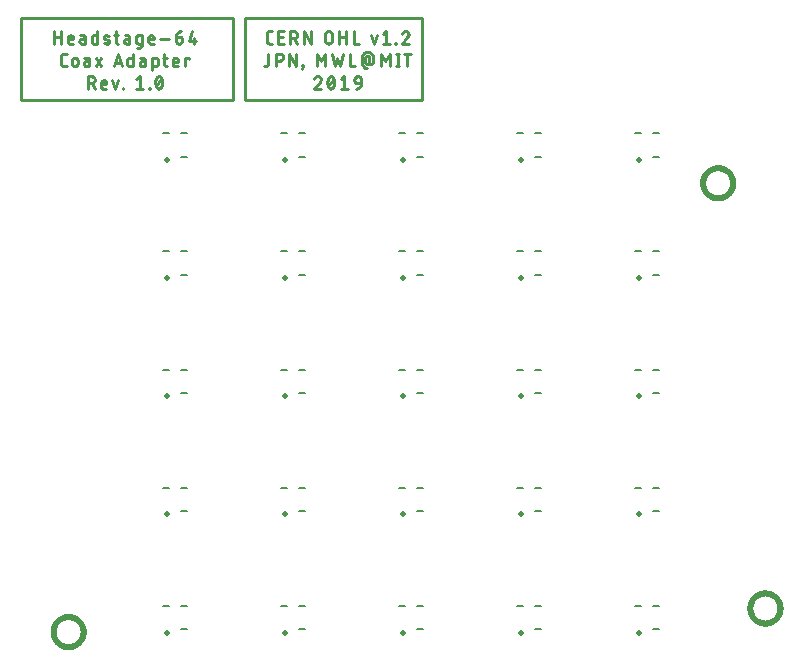
<source format=gto>
G75*
%MOIN*%
%OFA0B0*%
%FSLAX25Y25*%
%IPPOS*%
%LPD*%
%AMOC8*
5,1,8,0,0,1.08239X$1,22.5*
%
%ADD10C,0.00900*%
%ADD11C,0.01000*%
%ADD12C,0.01969*%
%ADD13C,0.00500*%
%ADD14C,0.01969*%
D10*
X0031296Y0225381D02*
X0031296Y0229481D01*
X0032435Y0229481D01*
X0032501Y0229479D01*
X0032567Y0229473D01*
X0032633Y0229464D01*
X0032698Y0229450D01*
X0032762Y0229433D01*
X0032825Y0229412D01*
X0032886Y0229388D01*
X0032946Y0229360D01*
X0033004Y0229328D01*
X0033061Y0229294D01*
X0033115Y0229256D01*
X0033167Y0229215D01*
X0033217Y0229170D01*
X0033263Y0229124D01*
X0033308Y0229074D01*
X0033349Y0229022D01*
X0033387Y0228968D01*
X0033421Y0228912D01*
X0033453Y0228853D01*
X0033481Y0228793D01*
X0033505Y0228732D01*
X0033526Y0228669D01*
X0033543Y0228605D01*
X0033557Y0228540D01*
X0033566Y0228474D01*
X0033572Y0228408D01*
X0033574Y0228342D01*
X0033572Y0228276D01*
X0033566Y0228210D01*
X0033557Y0228144D01*
X0033543Y0228079D01*
X0033526Y0228015D01*
X0033505Y0227952D01*
X0033481Y0227891D01*
X0033453Y0227831D01*
X0033421Y0227773D01*
X0033387Y0227716D01*
X0033349Y0227662D01*
X0033308Y0227610D01*
X0033263Y0227560D01*
X0033217Y0227514D01*
X0033167Y0227469D01*
X0033115Y0227428D01*
X0033061Y0227390D01*
X0033005Y0227356D01*
X0032946Y0227324D01*
X0032886Y0227296D01*
X0032825Y0227272D01*
X0032762Y0227251D01*
X0032698Y0227234D01*
X0032633Y0227220D01*
X0032567Y0227211D01*
X0032501Y0227205D01*
X0032435Y0227203D01*
X0031296Y0227203D01*
X0032663Y0227203D02*
X0033574Y0225381D01*
X0035677Y0226064D02*
X0035677Y0227203D01*
X0035677Y0226748D02*
X0037499Y0226748D01*
X0037499Y0227203D01*
X0037497Y0227263D01*
X0037491Y0227322D01*
X0037481Y0227381D01*
X0037468Y0227439D01*
X0037451Y0227496D01*
X0037430Y0227552D01*
X0037405Y0227606D01*
X0037377Y0227659D01*
X0037345Y0227709D01*
X0037311Y0227758D01*
X0037273Y0227804D01*
X0037232Y0227847D01*
X0037189Y0227888D01*
X0037143Y0227926D01*
X0037094Y0227960D01*
X0037044Y0227992D01*
X0036991Y0228020D01*
X0036937Y0228045D01*
X0036881Y0228066D01*
X0036824Y0228083D01*
X0036766Y0228096D01*
X0036707Y0228106D01*
X0036648Y0228112D01*
X0036588Y0228114D01*
X0036528Y0228112D01*
X0036469Y0228106D01*
X0036410Y0228096D01*
X0036352Y0228083D01*
X0036295Y0228066D01*
X0036239Y0228045D01*
X0036185Y0228020D01*
X0036133Y0227992D01*
X0036082Y0227960D01*
X0036033Y0227926D01*
X0035987Y0227888D01*
X0035944Y0227847D01*
X0035903Y0227804D01*
X0035865Y0227758D01*
X0035831Y0227709D01*
X0035799Y0227659D01*
X0035771Y0227606D01*
X0035746Y0227552D01*
X0035725Y0227496D01*
X0035708Y0227439D01*
X0035695Y0227381D01*
X0035685Y0227322D01*
X0035679Y0227263D01*
X0035677Y0227203D01*
X0035677Y0226064D02*
X0035679Y0226013D01*
X0035685Y0225962D01*
X0035694Y0225912D01*
X0035707Y0225863D01*
X0035724Y0225814D01*
X0035745Y0225768D01*
X0035769Y0225723D01*
X0035796Y0225679D01*
X0035826Y0225638D01*
X0035859Y0225599D01*
X0035895Y0225563D01*
X0035934Y0225530D01*
X0035975Y0225500D01*
X0036019Y0225473D01*
X0036064Y0225449D01*
X0036110Y0225428D01*
X0036159Y0225411D01*
X0036208Y0225398D01*
X0036258Y0225389D01*
X0036309Y0225383D01*
X0036360Y0225381D01*
X0037499Y0225381D01*
X0040338Y0225381D02*
X0039427Y0228114D01*
X0041249Y0228114D02*
X0040338Y0225381D01*
X0042924Y0225381D02*
X0043152Y0225381D01*
X0043152Y0225609D01*
X0042924Y0225609D01*
X0042924Y0225381D01*
X0047449Y0225381D02*
X0049727Y0225381D01*
X0048588Y0225381D02*
X0048588Y0229481D01*
X0047449Y0228570D01*
X0051624Y0225609D02*
X0051852Y0225609D01*
X0051852Y0225381D01*
X0051624Y0225381D01*
X0051624Y0225609D01*
X0055685Y0225950D02*
X0055732Y0226050D01*
X0055775Y0226150D01*
X0055815Y0226252D01*
X0055851Y0226355D01*
X0055884Y0226460D01*
X0055914Y0226565D01*
X0055940Y0226671D01*
X0055963Y0226778D01*
X0055983Y0226886D01*
X0055999Y0226994D01*
X0056011Y0227103D01*
X0056020Y0227212D01*
X0056025Y0227322D01*
X0056027Y0227431D01*
X0053749Y0227431D02*
X0053751Y0227540D01*
X0053756Y0227650D01*
X0053765Y0227759D01*
X0053777Y0227868D01*
X0053793Y0227976D01*
X0053813Y0228084D01*
X0053836Y0228191D01*
X0053862Y0228297D01*
X0053892Y0228402D01*
X0053925Y0228507D01*
X0053961Y0228610D01*
X0054001Y0228712D01*
X0054044Y0228813D01*
X0054091Y0228912D01*
X0054888Y0229481D02*
X0054943Y0229479D01*
X0054998Y0229474D01*
X0055052Y0229465D01*
X0055106Y0229452D01*
X0055158Y0229436D01*
X0055210Y0229417D01*
X0055260Y0229394D01*
X0055309Y0229369D01*
X0055355Y0229340D01*
X0055400Y0229308D01*
X0055443Y0229273D01*
X0055483Y0229235D01*
X0055521Y0229195D01*
X0055556Y0229153D01*
X0055588Y0229108D01*
X0055617Y0229061D01*
X0055643Y0229013D01*
X0055666Y0228963D01*
X0055685Y0228911D01*
X0055799Y0228570D02*
X0053977Y0226292D01*
X0054888Y0225381D02*
X0054943Y0225383D01*
X0054998Y0225388D01*
X0055052Y0225397D01*
X0055106Y0225410D01*
X0055158Y0225426D01*
X0055210Y0225445D01*
X0055260Y0225468D01*
X0055309Y0225493D01*
X0055355Y0225522D01*
X0055400Y0225554D01*
X0055443Y0225589D01*
X0055483Y0225627D01*
X0055521Y0225667D01*
X0055556Y0225709D01*
X0055588Y0225754D01*
X0055617Y0225801D01*
X0055643Y0225849D01*
X0055666Y0225899D01*
X0055685Y0225951D01*
X0054888Y0225381D02*
X0054833Y0225383D01*
X0054778Y0225388D01*
X0054724Y0225397D01*
X0054670Y0225410D01*
X0054618Y0225426D01*
X0054566Y0225445D01*
X0054516Y0225468D01*
X0054467Y0225493D01*
X0054421Y0225522D01*
X0054376Y0225554D01*
X0054333Y0225589D01*
X0054293Y0225627D01*
X0054255Y0225667D01*
X0054220Y0225709D01*
X0054188Y0225754D01*
X0054159Y0225801D01*
X0054133Y0225849D01*
X0054110Y0225899D01*
X0054091Y0225951D01*
X0056027Y0227431D02*
X0056025Y0227540D01*
X0056020Y0227650D01*
X0056011Y0227759D01*
X0055999Y0227868D01*
X0055983Y0227976D01*
X0055963Y0228084D01*
X0055940Y0228191D01*
X0055914Y0228297D01*
X0055884Y0228402D01*
X0055851Y0228507D01*
X0055815Y0228610D01*
X0055775Y0228712D01*
X0055732Y0228813D01*
X0055685Y0228912D01*
X0054888Y0229481D02*
X0054833Y0229479D01*
X0054778Y0229474D01*
X0054724Y0229465D01*
X0054670Y0229452D01*
X0054618Y0229436D01*
X0054566Y0229417D01*
X0054516Y0229394D01*
X0054467Y0229369D01*
X0054421Y0229340D01*
X0054376Y0229308D01*
X0054333Y0229273D01*
X0054293Y0229235D01*
X0054255Y0229195D01*
X0054220Y0229153D01*
X0054188Y0229108D01*
X0054159Y0229061D01*
X0054133Y0229013D01*
X0054110Y0228963D01*
X0054091Y0228911D01*
X0052794Y0231514D02*
X0052794Y0235614D01*
X0053933Y0235614D01*
X0053984Y0235612D01*
X0054035Y0235606D01*
X0054085Y0235597D01*
X0054134Y0235584D01*
X0054183Y0235567D01*
X0054229Y0235546D01*
X0054274Y0235522D01*
X0054318Y0235495D01*
X0054359Y0235465D01*
X0054398Y0235432D01*
X0054434Y0235396D01*
X0054467Y0235357D01*
X0054497Y0235316D01*
X0054524Y0235273D01*
X0054548Y0235227D01*
X0054569Y0235181D01*
X0054586Y0235132D01*
X0054599Y0235083D01*
X0054608Y0235033D01*
X0054614Y0234982D01*
X0054616Y0234931D01*
X0054616Y0233564D01*
X0054614Y0233513D01*
X0054608Y0233462D01*
X0054599Y0233412D01*
X0054586Y0233363D01*
X0054569Y0233314D01*
X0054548Y0233268D01*
X0054524Y0233222D01*
X0054497Y0233179D01*
X0054467Y0233138D01*
X0054434Y0233099D01*
X0054398Y0233063D01*
X0054359Y0233030D01*
X0054318Y0233000D01*
X0054274Y0232973D01*
X0054229Y0232949D01*
X0054183Y0232928D01*
X0054134Y0232911D01*
X0054085Y0232898D01*
X0054035Y0232889D01*
X0053984Y0232883D01*
X0053933Y0232881D01*
X0052794Y0232881D01*
X0050341Y0232881D02*
X0050341Y0234931D01*
X0050341Y0234476D02*
X0049316Y0234476D01*
X0050341Y0234931D02*
X0050339Y0234982D01*
X0050333Y0235033D01*
X0050324Y0235083D01*
X0050311Y0235132D01*
X0050294Y0235181D01*
X0050273Y0235227D01*
X0050249Y0235273D01*
X0050222Y0235316D01*
X0050192Y0235357D01*
X0050159Y0235396D01*
X0050123Y0235432D01*
X0050084Y0235465D01*
X0050043Y0235495D01*
X0049999Y0235522D01*
X0049954Y0235546D01*
X0049908Y0235567D01*
X0049859Y0235584D01*
X0049810Y0235597D01*
X0049760Y0235606D01*
X0049709Y0235612D01*
X0049658Y0235614D01*
X0048746Y0235614D01*
X0049316Y0234475D02*
X0049260Y0234473D01*
X0049205Y0234467D01*
X0049150Y0234458D01*
X0049096Y0234444D01*
X0049043Y0234427D01*
X0048992Y0234406D01*
X0048942Y0234382D01*
X0048894Y0234354D01*
X0048848Y0234323D01*
X0048804Y0234289D01*
X0048762Y0234251D01*
X0048724Y0234211D01*
X0048688Y0234169D01*
X0048655Y0234124D01*
X0048626Y0234077D01*
X0048600Y0234027D01*
X0048577Y0233977D01*
X0048558Y0233924D01*
X0048543Y0233871D01*
X0048531Y0233816D01*
X0048523Y0233761D01*
X0048519Y0233706D01*
X0048519Y0233650D01*
X0048523Y0233595D01*
X0048531Y0233540D01*
X0048543Y0233485D01*
X0048558Y0233432D01*
X0048577Y0233379D01*
X0048600Y0233329D01*
X0048626Y0233280D01*
X0048655Y0233232D01*
X0048688Y0233187D01*
X0048724Y0233145D01*
X0048762Y0233105D01*
X0048804Y0233067D01*
X0048848Y0233033D01*
X0048894Y0233002D01*
X0048942Y0232974D01*
X0048992Y0232950D01*
X0049043Y0232929D01*
X0049096Y0232912D01*
X0049150Y0232898D01*
X0049205Y0232889D01*
X0049260Y0232883D01*
X0049316Y0232881D01*
X0050341Y0232881D01*
X0046291Y0232881D02*
X0046291Y0236981D01*
X0046291Y0235614D02*
X0045152Y0235614D01*
X0045101Y0235612D01*
X0045050Y0235606D01*
X0045000Y0235597D01*
X0044951Y0235584D01*
X0044902Y0235567D01*
X0044856Y0235546D01*
X0044811Y0235522D01*
X0044767Y0235495D01*
X0044726Y0235465D01*
X0044687Y0235432D01*
X0044651Y0235396D01*
X0044618Y0235357D01*
X0044588Y0235316D01*
X0044561Y0235273D01*
X0044537Y0235227D01*
X0044516Y0235181D01*
X0044499Y0235132D01*
X0044486Y0235083D01*
X0044477Y0235033D01*
X0044471Y0234982D01*
X0044469Y0234931D01*
X0044469Y0233564D01*
X0044471Y0233513D01*
X0044477Y0233462D01*
X0044486Y0233412D01*
X0044499Y0233363D01*
X0044516Y0233314D01*
X0044537Y0233268D01*
X0044561Y0233223D01*
X0044588Y0233179D01*
X0044618Y0233138D01*
X0044651Y0233099D01*
X0044687Y0233063D01*
X0044726Y0233030D01*
X0044767Y0233000D01*
X0044811Y0232973D01*
X0044856Y0232949D01*
X0044902Y0232928D01*
X0044951Y0232911D01*
X0045000Y0232898D01*
X0045050Y0232889D01*
X0045101Y0232883D01*
X0045152Y0232881D01*
X0046291Y0232881D01*
X0042584Y0232881D02*
X0041217Y0236981D01*
X0039851Y0232881D01*
X0040192Y0233906D02*
X0042242Y0233906D01*
X0041436Y0240381D02*
X0041208Y0240381D01*
X0041157Y0240383D01*
X0041106Y0240389D01*
X0041056Y0240398D01*
X0041007Y0240411D01*
X0040958Y0240428D01*
X0040912Y0240449D01*
X0040867Y0240473D01*
X0040823Y0240500D01*
X0040782Y0240530D01*
X0040743Y0240563D01*
X0040707Y0240599D01*
X0040674Y0240638D01*
X0040644Y0240679D01*
X0040617Y0240723D01*
X0040593Y0240768D01*
X0040572Y0240814D01*
X0040555Y0240863D01*
X0040542Y0240912D01*
X0040533Y0240962D01*
X0040527Y0241013D01*
X0040525Y0241064D01*
X0040525Y0244481D01*
X0040069Y0243114D02*
X0041436Y0243114D01*
X0043540Y0243114D02*
X0044452Y0243114D01*
X0044503Y0243112D01*
X0044554Y0243106D01*
X0044604Y0243097D01*
X0044653Y0243084D01*
X0044702Y0243067D01*
X0044748Y0243046D01*
X0044793Y0243022D01*
X0044837Y0242995D01*
X0044878Y0242965D01*
X0044917Y0242932D01*
X0044953Y0242896D01*
X0044986Y0242857D01*
X0045016Y0242816D01*
X0045043Y0242773D01*
X0045067Y0242727D01*
X0045088Y0242681D01*
X0045105Y0242632D01*
X0045118Y0242583D01*
X0045127Y0242533D01*
X0045133Y0242482D01*
X0045135Y0242431D01*
X0045135Y0240381D01*
X0044110Y0240381D01*
X0044054Y0240383D01*
X0043999Y0240389D01*
X0043944Y0240398D01*
X0043890Y0240412D01*
X0043837Y0240429D01*
X0043786Y0240450D01*
X0043736Y0240474D01*
X0043688Y0240502D01*
X0043642Y0240533D01*
X0043598Y0240567D01*
X0043556Y0240605D01*
X0043518Y0240645D01*
X0043482Y0240687D01*
X0043449Y0240732D01*
X0043420Y0240780D01*
X0043394Y0240829D01*
X0043371Y0240879D01*
X0043352Y0240932D01*
X0043337Y0240985D01*
X0043325Y0241040D01*
X0043317Y0241095D01*
X0043313Y0241150D01*
X0043313Y0241206D01*
X0043317Y0241261D01*
X0043325Y0241316D01*
X0043337Y0241371D01*
X0043352Y0241424D01*
X0043371Y0241477D01*
X0043394Y0241527D01*
X0043420Y0241577D01*
X0043449Y0241624D01*
X0043482Y0241669D01*
X0043518Y0241711D01*
X0043556Y0241751D01*
X0043598Y0241789D01*
X0043642Y0241823D01*
X0043688Y0241854D01*
X0043736Y0241882D01*
X0043786Y0241906D01*
X0043837Y0241927D01*
X0043890Y0241944D01*
X0043944Y0241958D01*
X0043999Y0241967D01*
X0044054Y0241973D01*
X0044110Y0241975D01*
X0044110Y0241976D02*
X0045135Y0241976D01*
X0047363Y0242431D02*
X0047363Y0241064D01*
X0047365Y0241013D01*
X0047371Y0240962D01*
X0047380Y0240912D01*
X0047393Y0240863D01*
X0047410Y0240814D01*
X0047431Y0240768D01*
X0047455Y0240723D01*
X0047482Y0240679D01*
X0047512Y0240638D01*
X0047545Y0240599D01*
X0047581Y0240563D01*
X0047620Y0240530D01*
X0047661Y0240500D01*
X0047705Y0240473D01*
X0047750Y0240449D01*
X0047796Y0240428D01*
X0047845Y0240411D01*
X0047894Y0240398D01*
X0047944Y0240389D01*
X0047995Y0240383D01*
X0048046Y0240381D01*
X0049185Y0240381D01*
X0049185Y0239698D02*
X0049185Y0243114D01*
X0048046Y0243114D01*
X0047995Y0243112D01*
X0047944Y0243106D01*
X0047894Y0243097D01*
X0047845Y0243084D01*
X0047796Y0243067D01*
X0047750Y0243046D01*
X0047705Y0243022D01*
X0047661Y0242995D01*
X0047620Y0242965D01*
X0047581Y0242932D01*
X0047545Y0242896D01*
X0047512Y0242857D01*
X0047482Y0242816D01*
X0047455Y0242773D01*
X0047431Y0242727D01*
X0047410Y0242681D01*
X0047393Y0242632D01*
X0047380Y0242583D01*
X0047371Y0242533D01*
X0047365Y0242482D01*
X0047363Y0242431D01*
X0049185Y0239698D02*
X0049183Y0239647D01*
X0049177Y0239596D01*
X0049168Y0239546D01*
X0049155Y0239497D01*
X0049138Y0239448D01*
X0049117Y0239402D01*
X0049093Y0239356D01*
X0049066Y0239313D01*
X0049036Y0239272D01*
X0049003Y0239233D01*
X0048967Y0239197D01*
X0048928Y0239164D01*
X0048887Y0239134D01*
X0048843Y0239107D01*
X0048798Y0239083D01*
X0048752Y0239062D01*
X0048703Y0239045D01*
X0048654Y0239032D01*
X0048604Y0239023D01*
X0048553Y0239017D01*
X0048502Y0239015D01*
X0048502Y0239014D02*
X0047590Y0239014D01*
X0051450Y0241064D02*
X0051450Y0242203D01*
X0051450Y0241748D02*
X0053273Y0241748D01*
X0053273Y0242203D01*
X0053272Y0242203D02*
X0053270Y0242263D01*
X0053264Y0242322D01*
X0053254Y0242381D01*
X0053241Y0242439D01*
X0053224Y0242496D01*
X0053203Y0242552D01*
X0053178Y0242606D01*
X0053150Y0242659D01*
X0053118Y0242709D01*
X0053084Y0242758D01*
X0053046Y0242804D01*
X0053005Y0242847D01*
X0052962Y0242888D01*
X0052916Y0242926D01*
X0052867Y0242960D01*
X0052817Y0242992D01*
X0052764Y0243020D01*
X0052710Y0243045D01*
X0052654Y0243066D01*
X0052597Y0243083D01*
X0052539Y0243096D01*
X0052480Y0243106D01*
X0052421Y0243112D01*
X0052361Y0243114D01*
X0052301Y0243112D01*
X0052242Y0243106D01*
X0052183Y0243096D01*
X0052125Y0243083D01*
X0052068Y0243066D01*
X0052012Y0243045D01*
X0051958Y0243020D01*
X0051906Y0242992D01*
X0051855Y0242960D01*
X0051806Y0242926D01*
X0051760Y0242888D01*
X0051717Y0242847D01*
X0051676Y0242804D01*
X0051638Y0242758D01*
X0051604Y0242709D01*
X0051572Y0242659D01*
X0051544Y0242606D01*
X0051519Y0242552D01*
X0051498Y0242496D01*
X0051481Y0242439D01*
X0051468Y0242381D01*
X0051458Y0242322D01*
X0051452Y0242263D01*
X0051450Y0242203D01*
X0051451Y0241064D02*
X0051453Y0241013D01*
X0051459Y0240962D01*
X0051468Y0240912D01*
X0051481Y0240863D01*
X0051498Y0240814D01*
X0051519Y0240768D01*
X0051543Y0240723D01*
X0051570Y0240679D01*
X0051600Y0240638D01*
X0051633Y0240599D01*
X0051669Y0240563D01*
X0051708Y0240530D01*
X0051749Y0240500D01*
X0051793Y0240473D01*
X0051838Y0240449D01*
X0051884Y0240428D01*
X0051933Y0240411D01*
X0051982Y0240398D01*
X0052032Y0240389D01*
X0052083Y0240383D01*
X0052134Y0240381D01*
X0053273Y0240381D01*
X0055495Y0241976D02*
X0058228Y0241976D01*
X0060523Y0241520D02*
X0060523Y0242659D01*
X0061889Y0242659D01*
X0060523Y0242659D02*
X0060525Y0242743D01*
X0060531Y0242827D01*
X0060540Y0242911D01*
X0060554Y0242994D01*
X0060571Y0243076D01*
X0060593Y0243158D01*
X0060617Y0243238D01*
X0060646Y0243317D01*
X0060678Y0243395D01*
X0060714Y0243471D01*
X0060753Y0243546D01*
X0060796Y0243618D01*
X0060842Y0243689D01*
X0060891Y0243757D01*
X0060943Y0243823D01*
X0060999Y0243886D01*
X0061057Y0243947D01*
X0061118Y0244005D01*
X0061181Y0244061D01*
X0061247Y0244113D01*
X0061315Y0244162D01*
X0061386Y0244208D01*
X0061458Y0244251D01*
X0061533Y0244290D01*
X0061609Y0244326D01*
X0061687Y0244358D01*
X0061766Y0244387D01*
X0061846Y0244411D01*
X0061928Y0244433D01*
X0062010Y0244450D01*
X0062093Y0244464D01*
X0062177Y0244473D01*
X0062261Y0244479D01*
X0062345Y0244481D01*
X0062800Y0241748D02*
X0062800Y0241520D01*
X0062800Y0241748D02*
X0062798Y0241808D01*
X0062792Y0241867D01*
X0062782Y0241926D01*
X0062769Y0241984D01*
X0062752Y0242041D01*
X0062731Y0242097D01*
X0062706Y0242151D01*
X0062678Y0242204D01*
X0062646Y0242254D01*
X0062612Y0242303D01*
X0062574Y0242349D01*
X0062533Y0242392D01*
X0062490Y0242433D01*
X0062444Y0242471D01*
X0062395Y0242505D01*
X0062345Y0242537D01*
X0062292Y0242565D01*
X0062238Y0242590D01*
X0062182Y0242611D01*
X0062125Y0242628D01*
X0062067Y0242641D01*
X0062008Y0242651D01*
X0061949Y0242657D01*
X0061889Y0242659D01*
X0062800Y0241520D02*
X0062798Y0241454D01*
X0062792Y0241388D01*
X0062783Y0241322D01*
X0062769Y0241257D01*
X0062752Y0241193D01*
X0062731Y0241130D01*
X0062707Y0241069D01*
X0062679Y0241009D01*
X0062647Y0240951D01*
X0062613Y0240894D01*
X0062575Y0240840D01*
X0062534Y0240788D01*
X0062489Y0240738D01*
X0062443Y0240692D01*
X0062393Y0240647D01*
X0062341Y0240606D01*
X0062287Y0240568D01*
X0062231Y0240534D01*
X0062172Y0240502D01*
X0062112Y0240474D01*
X0062051Y0240450D01*
X0061988Y0240429D01*
X0061924Y0240412D01*
X0061859Y0240398D01*
X0061793Y0240389D01*
X0061727Y0240383D01*
X0061661Y0240381D01*
X0061595Y0240383D01*
X0061529Y0240389D01*
X0061463Y0240398D01*
X0061398Y0240412D01*
X0061334Y0240429D01*
X0061271Y0240450D01*
X0061210Y0240474D01*
X0061150Y0240502D01*
X0061092Y0240534D01*
X0061035Y0240568D01*
X0060981Y0240606D01*
X0060929Y0240647D01*
X0060879Y0240692D01*
X0060833Y0240738D01*
X0060788Y0240788D01*
X0060747Y0240840D01*
X0060709Y0240894D01*
X0060675Y0240951D01*
X0060643Y0241009D01*
X0060615Y0241069D01*
X0060591Y0241130D01*
X0060570Y0241193D01*
X0060553Y0241257D01*
X0060539Y0241322D01*
X0060530Y0241388D01*
X0060524Y0241454D01*
X0060522Y0241520D01*
X0065022Y0241292D02*
X0067300Y0241292D01*
X0066617Y0242203D02*
X0066617Y0240381D01*
X0065022Y0241292D02*
X0065934Y0244481D01*
X0064965Y0235614D02*
X0064965Y0235159D01*
X0064965Y0235614D02*
X0063599Y0235614D01*
X0063599Y0232881D01*
X0061329Y0232881D02*
X0060190Y0232881D01*
X0060139Y0232883D01*
X0060088Y0232889D01*
X0060038Y0232898D01*
X0059989Y0232911D01*
X0059940Y0232928D01*
X0059894Y0232949D01*
X0059849Y0232973D01*
X0059805Y0233000D01*
X0059764Y0233030D01*
X0059725Y0233063D01*
X0059689Y0233099D01*
X0059656Y0233138D01*
X0059626Y0233179D01*
X0059599Y0233223D01*
X0059575Y0233268D01*
X0059554Y0233314D01*
X0059537Y0233363D01*
X0059524Y0233412D01*
X0059515Y0233462D01*
X0059509Y0233513D01*
X0059507Y0233564D01*
X0059506Y0233564D02*
X0059506Y0234703D01*
X0059506Y0234248D02*
X0061329Y0234248D01*
X0061329Y0234703D01*
X0061328Y0234703D02*
X0061326Y0234763D01*
X0061320Y0234822D01*
X0061310Y0234881D01*
X0061297Y0234939D01*
X0061280Y0234996D01*
X0061259Y0235052D01*
X0061234Y0235106D01*
X0061206Y0235159D01*
X0061174Y0235209D01*
X0061140Y0235258D01*
X0061102Y0235304D01*
X0061061Y0235347D01*
X0061018Y0235388D01*
X0060972Y0235426D01*
X0060923Y0235460D01*
X0060873Y0235492D01*
X0060820Y0235520D01*
X0060766Y0235545D01*
X0060710Y0235566D01*
X0060653Y0235583D01*
X0060595Y0235596D01*
X0060536Y0235606D01*
X0060477Y0235612D01*
X0060417Y0235614D01*
X0060357Y0235612D01*
X0060298Y0235606D01*
X0060239Y0235596D01*
X0060181Y0235583D01*
X0060124Y0235566D01*
X0060068Y0235545D01*
X0060014Y0235520D01*
X0059962Y0235492D01*
X0059911Y0235460D01*
X0059862Y0235426D01*
X0059816Y0235388D01*
X0059773Y0235347D01*
X0059732Y0235304D01*
X0059694Y0235258D01*
X0059660Y0235209D01*
X0059628Y0235159D01*
X0059600Y0235106D01*
X0059575Y0235052D01*
X0059554Y0234996D01*
X0059537Y0234939D01*
X0059524Y0234881D01*
X0059514Y0234822D01*
X0059508Y0234763D01*
X0059506Y0234703D01*
X0057592Y0235614D02*
X0056225Y0235614D01*
X0056681Y0236981D02*
X0056681Y0233564D01*
X0056683Y0233513D01*
X0056689Y0233462D01*
X0056698Y0233412D01*
X0056711Y0233363D01*
X0056728Y0233314D01*
X0056749Y0233268D01*
X0056773Y0233223D01*
X0056800Y0233179D01*
X0056830Y0233138D01*
X0056863Y0233099D01*
X0056899Y0233063D01*
X0056938Y0233030D01*
X0056979Y0233000D01*
X0057023Y0232973D01*
X0057068Y0232949D01*
X0057114Y0232928D01*
X0057163Y0232911D01*
X0057212Y0232898D01*
X0057262Y0232889D01*
X0057313Y0232883D01*
X0057364Y0232881D01*
X0057592Y0232881D01*
X0053749Y0227431D02*
X0053751Y0227322D01*
X0053756Y0227212D01*
X0053765Y0227103D01*
X0053777Y0226994D01*
X0053793Y0226886D01*
X0053813Y0226778D01*
X0053836Y0226671D01*
X0053862Y0226565D01*
X0053892Y0226460D01*
X0053925Y0226355D01*
X0053961Y0226252D01*
X0054001Y0226150D01*
X0054044Y0226050D01*
X0054091Y0225950D01*
X0035679Y0232881D02*
X0033856Y0235614D01*
X0035679Y0235614D02*
X0033856Y0232881D01*
X0031741Y0232881D02*
X0031741Y0234931D01*
X0031741Y0234476D02*
X0030716Y0234476D01*
X0031741Y0234931D02*
X0031739Y0234982D01*
X0031733Y0235033D01*
X0031724Y0235083D01*
X0031711Y0235132D01*
X0031694Y0235181D01*
X0031673Y0235227D01*
X0031649Y0235273D01*
X0031622Y0235316D01*
X0031592Y0235357D01*
X0031559Y0235396D01*
X0031523Y0235432D01*
X0031484Y0235465D01*
X0031443Y0235495D01*
X0031399Y0235522D01*
X0031354Y0235546D01*
X0031308Y0235567D01*
X0031259Y0235584D01*
X0031210Y0235597D01*
X0031160Y0235606D01*
X0031109Y0235612D01*
X0031058Y0235614D01*
X0030146Y0235614D01*
X0030716Y0234475D02*
X0030660Y0234473D01*
X0030605Y0234467D01*
X0030550Y0234458D01*
X0030496Y0234444D01*
X0030443Y0234427D01*
X0030392Y0234406D01*
X0030342Y0234382D01*
X0030294Y0234354D01*
X0030248Y0234323D01*
X0030204Y0234289D01*
X0030162Y0234251D01*
X0030124Y0234211D01*
X0030088Y0234169D01*
X0030055Y0234124D01*
X0030026Y0234077D01*
X0030000Y0234027D01*
X0029977Y0233977D01*
X0029958Y0233924D01*
X0029943Y0233871D01*
X0029931Y0233816D01*
X0029923Y0233761D01*
X0029919Y0233706D01*
X0029919Y0233650D01*
X0029923Y0233595D01*
X0029931Y0233540D01*
X0029943Y0233485D01*
X0029958Y0233432D01*
X0029977Y0233379D01*
X0030000Y0233329D01*
X0030026Y0233280D01*
X0030055Y0233232D01*
X0030088Y0233187D01*
X0030124Y0233145D01*
X0030162Y0233105D01*
X0030204Y0233067D01*
X0030248Y0233033D01*
X0030294Y0233002D01*
X0030342Y0232974D01*
X0030392Y0232950D01*
X0030443Y0232929D01*
X0030496Y0232912D01*
X0030550Y0232898D01*
X0030605Y0232889D01*
X0030660Y0232883D01*
X0030716Y0232881D01*
X0031741Y0232881D01*
X0027879Y0233792D02*
X0027879Y0234703D01*
X0027878Y0234703D02*
X0027876Y0234763D01*
X0027870Y0234822D01*
X0027860Y0234881D01*
X0027847Y0234939D01*
X0027830Y0234996D01*
X0027809Y0235052D01*
X0027784Y0235106D01*
X0027756Y0235159D01*
X0027724Y0235209D01*
X0027690Y0235258D01*
X0027652Y0235304D01*
X0027611Y0235347D01*
X0027568Y0235388D01*
X0027522Y0235426D01*
X0027473Y0235460D01*
X0027423Y0235492D01*
X0027370Y0235520D01*
X0027316Y0235545D01*
X0027260Y0235566D01*
X0027203Y0235583D01*
X0027145Y0235596D01*
X0027086Y0235606D01*
X0027027Y0235612D01*
X0026967Y0235614D01*
X0026907Y0235612D01*
X0026848Y0235606D01*
X0026789Y0235596D01*
X0026731Y0235583D01*
X0026674Y0235566D01*
X0026618Y0235545D01*
X0026564Y0235520D01*
X0026512Y0235492D01*
X0026461Y0235460D01*
X0026412Y0235426D01*
X0026366Y0235388D01*
X0026323Y0235347D01*
X0026282Y0235304D01*
X0026244Y0235258D01*
X0026210Y0235209D01*
X0026178Y0235159D01*
X0026150Y0235106D01*
X0026125Y0235052D01*
X0026104Y0234996D01*
X0026087Y0234939D01*
X0026074Y0234881D01*
X0026064Y0234822D01*
X0026058Y0234763D01*
X0026056Y0234703D01*
X0026056Y0233792D01*
X0026058Y0233732D01*
X0026064Y0233673D01*
X0026074Y0233614D01*
X0026087Y0233556D01*
X0026104Y0233499D01*
X0026125Y0233443D01*
X0026150Y0233389D01*
X0026178Y0233337D01*
X0026210Y0233286D01*
X0026244Y0233237D01*
X0026282Y0233191D01*
X0026323Y0233148D01*
X0026366Y0233107D01*
X0026412Y0233069D01*
X0026461Y0233035D01*
X0026512Y0233003D01*
X0026564Y0232975D01*
X0026618Y0232950D01*
X0026674Y0232929D01*
X0026731Y0232912D01*
X0026789Y0232899D01*
X0026848Y0232889D01*
X0026907Y0232883D01*
X0026967Y0232881D01*
X0027027Y0232883D01*
X0027086Y0232889D01*
X0027145Y0232899D01*
X0027203Y0232912D01*
X0027260Y0232929D01*
X0027316Y0232950D01*
X0027370Y0232975D01*
X0027423Y0233003D01*
X0027473Y0233035D01*
X0027522Y0233069D01*
X0027568Y0233107D01*
X0027611Y0233148D01*
X0027652Y0233191D01*
X0027690Y0233237D01*
X0027724Y0233286D01*
X0027756Y0233337D01*
X0027784Y0233389D01*
X0027809Y0233443D01*
X0027830Y0233499D01*
X0027847Y0233556D01*
X0027860Y0233614D01*
X0027870Y0233673D01*
X0027876Y0233732D01*
X0027878Y0233792D01*
X0024180Y0232881D02*
X0023268Y0232881D01*
X0023208Y0232883D01*
X0023149Y0232889D01*
X0023090Y0232899D01*
X0023032Y0232912D01*
X0022975Y0232929D01*
X0022919Y0232950D01*
X0022865Y0232975D01*
X0022813Y0233003D01*
X0022762Y0233035D01*
X0022713Y0233069D01*
X0022667Y0233107D01*
X0022624Y0233148D01*
X0022583Y0233191D01*
X0022545Y0233237D01*
X0022511Y0233286D01*
X0022479Y0233337D01*
X0022451Y0233389D01*
X0022426Y0233443D01*
X0022405Y0233499D01*
X0022388Y0233556D01*
X0022375Y0233614D01*
X0022365Y0233673D01*
X0022359Y0233732D01*
X0022357Y0233792D01*
X0022357Y0236070D01*
X0022359Y0236130D01*
X0022365Y0236189D01*
X0022375Y0236248D01*
X0022388Y0236306D01*
X0022405Y0236363D01*
X0022426Y0236419D01*
X0022451Y0236473D01*
X0022479Y0236525D01*
X0022511Y0236576D01*
X0022545Y0236625D01*
X0022583Y0236671D01*
X0022624Y0236714D01*
X0022667Y0236755D01*
X0022713Y0236793D01*
X0022762Y0236827D01*
X0022812Y0236859D01*
X0022865Y0236887D01*
X0022919Y0236912D01*
X0022975Y0236933D01*
X0023032Y0236950D01*
X0023090Y0236963D01*
X0023149Y0236973D01*
X0023208Y0236979D01*
X0023268Y0236981D01*
X0024180Y0236981D01*
X0025284Y0240381D02*
X0026423Y0240381D01*
X0025284Y0240381D02*
X0025233Y0240383D01*
X0025182Y0240389D01*
X0025132Y0240398D01*
X0025083Y0240411D01*
X0025034Y0240428D01*
X0024988Y0240449D01*
X0024943Y0240473D01*
X0024899Y0240500D01*
X0024858Y0240530D01*
X0024819Y0240563D01*
X0024783Y0240599D01*
X0024750Y0240638D01*
X0024720Y0240679D01*
X0024693Y0240723D01*
X0024669Y0240768D01*
X0024648Y0240814D01*
X0024631Y0240863D01*
X0024618Y0240912D01*
X0024609Y0240962D01*
X0024603Y0241013D01*
X0024601Y0241064D01*
X0024600Y0241064D02*
X0024600Y0242203D01*
X0024600Y0241748D02*
X0026423Y0241748D01*
X0026423Y0242203D01*
X0026422Y0242203D02*
X0026420Y0242263D01*
X0026414Y0242322D01*
X0026404Y0242381D01*
X0026391Y0242439D01*
X0026374Y0242496D01*
X0026353Y0242552D01*
X0026328Y0242606D01*
X0026300Y0242659D01*
X0026268Y0242709D01*
X0026234Y0242758D01*
X0026196Y0242804D01*
X0026155Y0242847D01*
X0026112Y0242888D01*
X0026066Y0242926D01*
X0026017Y0242960D01*
X0025967Y0242992D01*
X0025914Y0243020D01*
X0025860Y0243045D01*
X0025804Y0243066D01*
X0025747Y0243083D01*
X0025689Y0243096D01*
X0025630Y0243106D01*
X0025571Y0243112D01*
X0025511Y0243114D01*
X0025451Y0243112D01*
X0025392Y0243106D01*
X0025333Y0243096D01*
X0025275Y0243083D01*
X0025218Y0243066D01*
X0025162Y0243045D01*
X0025108Y0243020D01*
X0025056Y0242992D01*
X0025005Y0242960D01*
X0024956Y0242926D01*
X0024910Y0242888D01*
X0024867Y0242847D01*
X0024826Y0242804D01*
X0024788Y0242758D01*
X0024754Y0242709D01*
X0024722Y0242659D01*
X0024694Y0242606D01*
X0024669Y0242552D01*
X0024648Y0242496D01*
X0024631Y0242439D01*
X0024618Y0242381D01*
X0024608Y0242322D01*
X0024602Y0242263D01*
X0024600Y0242203D01*
X0022300Y0242659D02*
X0020023Y0242659D01*
X0020023Y0244481D02*
X0020023Y0240381D01*
X0022300Y0240381D02*
X0022300Y0244481D01*
X0028690Y0243114D02*
X0029602Y0243114D01*
X0029653Y0243112D01*
X0029704Y0243106D01*
X0029754Y0243097D01*
X0029803Y0243084D01*
X0029852Y0243067D01*
X0029898Y0243046D01*
X0029943Y0243022D01*
X0029987Y0242995D01*
X0030028Y0242965D01*
X0030067Y0242932D01*
X0030103Y0242896D01*
X0030136Y0242857D01*
X0030166Y0242816D01*
X0030193Y0242773D01*
X0030217Y0242727D01*
X0030238Y0242681D01*
X0030255Y0242632D01*
X0030268Y0242583D01*
X0030277Y0242533D01*
X0030283Y0242482D01*
X0030285Y0242431D01*
X0030285Y0240381D01*
X0029260Y0240381D01*
X0029204Y0240383D01*
X0029149Y0240389D01*
X0029094Y0240398D01*
X0029040Y0240412D01*
X0028987Y0240429D01*
X0028936Y0240450D01*
X0028886Y0240474D01*
X0028838Y0240502D01*
X0028792Y0240533D01*
X0028748Y0240567D01*
X0028706Y0240605D01*
X0028668Y0240645D01*
X0028632Y0240687D01*
X0028599Y0240732D01*
X0028570Y0240780D01*
X0028544Y0240829D01*
X0028521Y0240879D01*
X0028502Y0240932D01*
X0028487Y0240985D01*
X0028475Y0241040D01*
X0028467Y0241095D01*
X0028463Y0241150D01*
X0028463Y0241206D01*
X0028467Y0241261D01*
X0028475Y0241316D01*
X0028487Y0241371D01*
X0028502Y0241424D01*
X0028521Y0241477D01*
X0028544Y0241527D01*
X0028570Y0241577D01*
X0028599Y0241624D01*
X0028632Y0241669D01*
X0028668Y0241711D01*
X0028706Y0241751D01*
X0028748Y0241789D01*
X0028792Y0241823D01*
X0028838Y0241854D01*
X0028886Y0241882D01*
X0028936Y0241906D01*
X0028987Y0241927D01*
X0029040Y0241944D01*
X0029094Y0241958D01*
X0029149Y0241967D01*
X0029204Y0241973D01*
X0029260Y0241975D01*
X0029260Y0241976D02*
X0030285Y0241976D01*
X0032513Y0242431D02*
X0032513Y0241064D01*
X0032515Y0241013D01*
X0032521Y0240962D01*
X0032530Y0240912D01*
X0032543Y0240863D01*
X0032560Y0240814D01*
X0032581Y0240768D01*
X0032605Y0240723D01*
X0032632Y0240679D01*
X0032662Y0240638D01*
X0032695Y0240599D01*
X0032731Y0240563D01*
X0032770Y0240530D01*
X0032811Y0240500D01*
X0032855Y0240473D01*
X0032900Y0240449D01*
X0032946Y0240428D01*
X0032995Y0240411D01*
X0033044Y0240398D01*
X0033094Y0240389D01*
X0033145Y0240383D01*
X0033196Y0240381D01*
X0034335Y0240381D01*
X0034335Y0244481D01*
X0034335Y0243114D02*
X0033196Y0243114D01*
X0033145Y0243112D01*
X0033094Y0243106D01*
X0033044Y0243097D01*
X0032995Y0243084D01*
X0032946Y0243067D01*
X0032900Y0243046D01*
X0032855Y0243022D01*
X0032811Y0242995D01*
X0032770Y0242965D01*
X0032731Y0242932D01*
X0032695Y0242896D01*
X0032662Y0242857D01*
X0032632Y0242816D01*
X0032605Y0242773D01*
X0032581Y0242727D01*
X0032560Y0242681D01*
X0032543Y0242632D01*
X0032530Y0242583D01*
X0032521Y0242533D01*
X0032515Y0242482D01*
X0032513Y0242431D01*
X0036942Y0241976D02*
X0038081Y0241520D01*
X0038081Y0241521D02*
X0038124Y0241502D01*
X0038165Y0241479D01*
X0038205Y0241454D01*
X0038242Y0241425D01*
X0038276Y0241393D01*
X0038308Y0241359D01*
X0038338Y0241323D01*
X0038364Y0241284D01*
X0038387Y0241243D01*
X0038407Y0241201D01*
X0038423Y0241157D01*
X0038436Y0241112D01*
X0038446Y0241066D01*
X0038451Y0241019D01*
X0038453Y0240972D01*
X0038451Y0240926D01*
X0038446Y0240879D01*
X0038436Y0240833D01*
X0038424Y0240788D01*
X0038407Y0240744D01*
X0038388Y0240702D01*
X0038365Y0240661D01*
X0038338Y0240622D01*
X0038309Y0240586D01*
X0038277Y0240551D01*
X0038242Y0240520D01*
X0038205Y0240491D01*
X0038166Y0240465D01*
X0038125Y0240443D01*
X0038082Y0240424D01*
X0038038Y0240408D01*
X0037993Y0240396D01*
X0037947Y0240387D01*
X0037900Y0240382D01*
X0037854Y0240381D01*
X0038195Y0242887D02*
X0038107Y0242925D01*
X0038017Y0242959D01*
X0037926Y0242990D01*
X0037834Y0243018D01*
X0037741Y0243043D01*
X0037647Y0243063D01*
X0037553Y0243081D01*
X0037458Y0243095D01*
X0037362Y0243105D01*
X0037266Y0243112D01*
X0037170Y0243115D01*
X0037169Y0243115D02*
X0037123Y0243114D01*
X0037076Y0243109D01*
X0037030Y0243100D01*
X0036985Y0243088D01*
X0036941Y0243072D01*
X0036898Y0243053D01*
X0036857Y0243031D01*
X0036818Y0243005D01*
X0036781Y0242976D01*
X0036746Y0242945D01*
X0036714Y0242910D01*
X0036685Y0242874D01*
X0036658Y0242835D01*
X0036635Y0242794D01*
X0036616Y0242752D01*
X0036599Y0242708D01*
X0036587Y0242663D01*
X0036577Y0242617D01*
X0036572Y0242570D01*
X0036570Y0242524D01*
X0036572Y0242477D01*
X0036577Y0242430D01*
X0036587Y0242384D01*
X0036600Y0242339D01*
X0036616Y0242295D01*
X0036636Y0242253D01*
X0036659Y0242212D01*
X0036685Y0242173D01*
X0036715Y0242137D01*
X0036747Y0242103D01*
X0036781Y0242071D01*
X0036818Y0242042D01*
X0036858Y0242017D01*
X0036899Y0241994D01*
X0036942Y0241975D01*
X0036600Y0240609D02*
X0036710Y0240571D01*
X0036821Y0240537D01*
X0036933Y0240506D01*
X0037046Y0240478D01*
X0037160Y0240454D01*
X0037274Y0240433D01*
X0037389Y0240416D01*
X0037505Y0240402D01*
X0037621Y0240392D01*
X0037737Y0240385D01*
X0037853Y0240381D01*
X0090084Y0232881D02*
X0090540Y0232881D01*
X0090600Y0232883D01*
X0090659Y0232889D01*
X0090718Y0232899D01*
X0090776Y0232912D01*
X0090833Y0232929D01*
X0090889Y0232950D01*
X0090943Y0232975D01*
X0090996Y0233003D01*
X0091046Y0233035D01*
X0091095Y0233069D01*
X0091141Y0233107D01*
X0091184Y0233148D01*
X0091225Y0233191D01*
X0091263Y0233237D01*
X0091297Y0233286D01*
X0091329Y0233337D01*
X0091357Y0233389D01*
X0091382Y0233443D01*
X0091403Y0233499D01*
X0091420Y0233556D01*
X0091433Y0233614D01*
X0091443Y0233673D01*
X0091449Y0233732D01*
X0091451Y0233792D01*
X0091451Y0236981D01*
X0094052Y0236981D02*
X0095190Y0236981D01*
X0094052Y0236981D02*
X0094052Y0232881D01*
X0094052Y0234703D02*
X0095190Y0234703D01*
X0095256Y0234705D01*
X0095322Y0234711D01*
X0095388Y0234720D01*
X0095453Y0234734D01*
X0095517Y0234751D01*
X0095580Y0234772D01*
X0095641Y0234796D01*
X0095701Y0234824D01*
X0095760Y0234856D01*
X0095816Y0234890D01*
X0095870Y0234928D01*
X0095922Y0234969D01*
X0095972Y0235014D01*
X0096018Y0235060D01*
X0096063Y0235110D01*
X0096104Y0235162D01*
X0096142Y0235216D01*
X0096176Y0235273D01*
X0096208Y0235331D01*
X0096236Y0235391D01*
X0096260Y0235452D01*
X0096281Y0235515D01*
X0096298Y0235579D01*
X0096312Y0235644D01*
X0096321Y0235710D01*
X0096327Y0235776D01*
X0096329Y0235842D01*
X0096327Y0235908D01*
X0096321Y0235974D01*
X0096312Y0236040D01*
X0096298Y0236105D01*
X0096281Y0236169D01*
X0096260Y0236232D01*
X0096236Y0236293D01*
X0096208Y0236353D01*
X0096176Y0236412D01*
X0096142Y0236468D01*
X0096104Y0236522D01*
X0096063Y0236574D01*
X0096018Y0236624D01*
X0095972Y0236670D01*
X0095922Y0236715D01*
X0095870Y0236756D01*
X0095816Y0236794D01*
X0095759Y0236828D01*
X0095701Y0236860D01*
X0095641Y0236888D01*
X0095580Y0236912D01*
X0095517Y0236933D01*
X0095453Y0236950D01*
X0095388Y0236964D01*
X0095322Y0236973D01*
X0095256Y0236979D01*
X0095190Y0236981D01*
X0098443Y0236981D02*
X0100721Y0232881D01*
X0100721Y0236981D01*
X0098443Y0236981D02*
X0098443Y0232881D01*
X0102627Y0231970D02*
X0102968Y0232881D01*
X0102968Y0233109D01*
X0102741Y0233109D01*
X0102741Y0232881D01*
X0102968Y0232881D01*
X0107515Y0232881D02*
X0107515Y0236981D01*
X0108882Y0234703D01*
X0110249Y0236981D01*
X0110249Y0232881D01*
X0113521Y0232881D02*
X0114432Y0235614D01*
X0115343Y0232881D01*
X0116254Y0236981D01*
X0118558Y0236981D02*
X0118558Y0232881D01*
X0120380Y0232881D01*
X0122660Y0233906D02*
X0122660Y0235842D01*
X0123799Y0235614D02*
X0123799Y0234248D01*
X0122660Y0233906D02*
X0122662Y0233826D01*
X0122668Y0233746D01*
X0122677Y0233666D01*
X0122690Y0233586D01*
X0122707Y0233508D01*
X0122727Y0233430D01*
X0122752Y0233354D01*
X0122779Y0233278D01*
X0122810Y0233204D01*
X0122845Y0233132D01*
X0122883Y0233061D01*
X0122924Y0232992D01*
X0122969Y0232925D01*
X0123016Y0232860D01*
X0123067Y0232798D01*
X0123120Y0232738D01*
X0123177Y0232680D01*
X0123235Y0232626D01*
X0123297Y0232574D01*
X0123360Y0232525D01*
X0123426Y0232479D01*
X0123494Y0232436D01*
X0123564Y0232397D01*
X0123636Y0232360D01*
X0123709Y0232327D01*
X0123784Y0232298D01*
X0123860Y0232272D01*
X0123937Y0232250D01*
X0124016Y0232232D01*
X0124095Y0232217D01*
X0124174Y0232205D01*
X0124254Y0232198D01*
X0123799Y0234248D02*
X0123801Y0234197D01*
X0123807Y0234146D01*
X0123816Y0234096D01*
X0123829Y0234047D01*
X0123846Y0233998D01*
X0123867Y0233952D01*
X0123891Y0233907D01*
X0123918Y0233863D01*
X0123948Y0233822D01*
X0123981Y0233783D01*
X0124017Y0233747D01*
X0124056Y0233714D01*
X0124097Y0233684D01*
X0124141Y0233657D01*
X0124186Y0233633D01*
X0124232Y0233612D01*
X0124281Y0233595D01*
X0124330Y0233582D01*
X0124380Y0233573D01*
X0124431Y0233567D01*
X0124482Y0233565D01*
X0124533Y0233567D01*
X0124584Y0233573D01*
X0124634Y0233582D01*
X0124683Y0233595D01*
X0124732Y0233612D01*
X0124778Y0233633D01*
X0124824Y0233657D01*
X0124867Y0233684D01*
X0124908Y0233714D01*
X0124947Y0233747D01*
X0124983Y0233783D01*
X0125016Y0233822D01*
X0125046Y0233863D01*
X0125073Y0233907D01*
X0125097Y0233952D01*
X0125118Y0233998D01*
X0125135Y0234047D01*
X0125148Y0234096D01*
X0125157Y0234146D01*
X0125163Y0234197D01*
X0125165Y0234248D01*
X0125165Y0234134D02*
X0125165Y0236298D01*
X0124482Y0236298D01*
X0126304Y0235842D02*
X0126302Y0235926D01*
X0126296Y0236010D01*
X0126287Y0236094D01*
X0126273Y0236177D01*
X0126256Y0236259D01*
X0126234Y0236341D01*
X0126210Y0236421D01*
X0126181Y0236500D01*
X0126149Y0236578D01*
X0126113Y0236654D01*
X0126074Y0236729D01*
X0126031Y0236801D01*
X0125985Y0236872D01*
X0125936Y0236940D01*
X0125884Y0237006D01*
X0125828Y0237069D01*
X0125770Y0237130D01*
X0125709Y0237188D01*
X0125646Y0237244D01*
X0125580Y0237296D01*
X0125512Y0237345D01*
X0125441Y0237391D01*
X0125369Y0237434D01*
X0125294Y0237473D01*
X0125218Y0237509D01*
X0125140Y0237541D01*
X0125061Y0237570D01*
X0124981Y0237594D01*
X0124899Y0237616D01*
X0124817Y0237633D01*
X0124734Y0237647D01*
X0124650Y0237656D01*
X0124566Y0237662D01*
X0124482Y0237664D01*
X0124398Y0237662D01*
X0124314Y0237656D01*
X0124230Y0237647D01*
X0124147Y0237633D01*
X0124065Y0237616D01*
X0123983Y0237594D01*
X0123903Y0237570D01*
X0123824Y0237541D01*
X0123746Y0237509D01*
X0123670Y0237473D01*
X0123595Y0237434D01*
X0123523Y0237391D01*
X0123452Y0237345D01*
X0123384Y0237296D01*
X0123318Y0237244D01*
X0123255Y0237188D01*
X0123194Y0237130D01*
X0123136Y0237069D01*
X0123080Y0237006D01*
X0123028Y0236940D01*
X0122979Y0236872D01*
X0122933Y0236801D01*
X0122890Y0236729D01*
X0122851Y0236654D01*
X0122815Y0236578D01*
X0122783Y0236500D01*
X0122754Y0236421D01*
X0122730Y0236341D01*
X0122708Y0236259D01*
X0122691Y0236177D01*
X0122677Y0236094D01*
X0122668Y0236010D01*
X0122662Y0235926D01*
X0122660Y0235842D01*
X0123799Y0235614D02*
X0123801Y0235665D01*
X0123807Y0235716D01*
X0123816Y0235766D01*
X0123829Y0235815D01*
X0123846Y0235864D01*
X0123867Y0235910D01*
X0123891Y0235956D01*
X0123918Y0235999D01*
X0123948Y0236040D01*
X0123981Y0236079D01*
X0124017Y0236115D01*
X0124056Y0236148D01*
X0124097Y0236178D01*
X0124141Y0236205D01*
X0124186Y0236229D01*
X0124232Y0236250D01*
X0124281Y0236267D01*
X0124330Y0236280D01*
X0124380Y0236289D01*
X0124431Y0236295D01*
X0124482Y0236297D01*
X0126304Y0235842D02*
X0126304Y0234134D01*
X0126302Y0234087D01*
X0126296Y0234040D01*
X0126287Y0233994D01*
X0126273Y0233949D01*
X0126256Y0233905D01*
X0126235Y0233863D01*
X0126211Y0233823D01*
X0126184Y0233785D01*
X0126154Y0233749D01*
X0126120Y0233715D01*
X0126084Y0233685D01*
X0126046Y0233658D01*
X0126006Y0233634D01*
X0125964Y0233613D01*
X0125920Y0233596D01*
X0125875Y0233582D01*
X0125829Y0233573D01*
X0125782Y0233567D01*
X0125735Y0233565D01*
X0125688Y0233567D01*
X0125641Y0233573D01*
X0125595Y0233582D01*
X0125550Y0233596D01*
X0125506Y0233613D01*
X0125464Y0233634D01*
X0125424Y0233658D01*
X0125386Y0233685D01*
X0125350Y0233715D01*
X0125316Y0233749D01*
X0125286Y0233785D01*
X0125259Y0233823D01*
X0125235Y0233863D01*
X0125214Y0233905D01*
X0125197Y0233949D01*
X0125183Y0233994D01*
X0125174Y0234040D01*
X0125168Y0234087D01*
X0125166Y0234134D01*
X0129115Y0232881D02*
X0129115Y0236981D01*
X0130482Y0234703D01*
X0131849Y0236981D01*
X0131849Y0232881D01*
X0134077Y0232881D02*
X0134988Y0232881D01*
X0134532Y0232881D02*
X0134532Y0236981D01*
X0134077Y0236981D02*
X0134988Y0236981D01*
X0136693Y0236981D02*
X0138971Y0236981D01*
X0137832Y0236981D02*
X0137832Y0232881D01*
X0138177Y0240381D02*
X0135899Y0240381D01*
X0137835Y0242659D01*
X0137152Y0244481D02*
X0137083Y0244479D01*
X0137014Y0244474D01*
X0136946Y0244465D01*
X0136878Y0244452D01*
X0136811Y0244436D01*
X0136745Y0244416D01*
X0136680Y0244393D01*
X0136616Y0244367D01*
X0136554Y0244337D01*
X0136493Y0244304D01*
X0136434Y0244268D01*
X0136377Y0244229D01*
X0136323Y0244187D01*
X0136270Y0244142D01*
X0136220Y0244095D01*
X0136173Y0244045D01*
X0136128Y0243992D01*
X0136086Y0243937D01*
X0136047Y0243880D01*
X0136011Y0243822D01*
X0135978Y0243761D01*
X0135948Y0243699D01*
X0135922Y0243635D01*
X0135899Y0243570D01*
X0137835Y0242659D02*
X0137880Y0242704D01*
X0137922Y0242752D01*
X0137962Y0242802D01*
X0137998Y0242854D01*
X0138031Y0242908D01*
X0138061Y0242965D01*
X0138088Y0243022D01*
X0138111Y0243082D01*
X0138131Y0243142D01*
X0138148Y0243204D01*
X0138160Y0243266D01*
X0138170Y0243329D01*
X0138175Y0243392D01*
X0138177Y0243456D01*
X0138175Y0243518D01*
X0138170Y0243580D01*
X0138160Y0243641D01*
X0138147Y0243701D01*
X0138131Y0243761D01*
X0138110Y0243819D01*
X0138087Y0243877D01*
X0138060Y0243932D01*
X0138029Y0243986D01*
X0137996Y0244038D01*
X0137959Y0244088D01*
X0137919Y0244136D01*
X0137877Y0244181D01*
X0137832Y0244223D01*
X0137784Y0244263D01*
X0137734Y0244300D01*
X0137682Y0244333D01*
X0137628Y0244364D01*
X0137573Y0244391D01*
X0137515Y0244414D01*
X0137457Y0244435D01*
X0137397Y0244451D01*
X0137337Y0244464D01*
X0137276Y0244474D01*
X0137214Y0244479D01*
X0137152Y0244481D01*
X0134002Y0240609D02*
X0134002Y0240381D01*
X0133774Y0240381D01*
X0133774Y0240609D01*
X0134002Y0240609D01*
X0131877Y0240381D02*
X0129599Y0240381D01*
X0130738Y0240381D02*
X0130738Y0244481D01*
X0129599Y0243570D01*
X0127599Y0243114D02*
X0126688Y0240381D01*
X0125777Y0243114D01*
X0121686Y0240381D02*
X0119864Y0240381D01*
X0119864Y0244481D01*
X0117327Y0244481D02*
X0117327Y0240381D01*
X0115049Y0240381D02*
X0115049Y0244481D01*
X0115049Y0242659D02*
X0117327Y0242659D01*
X0112677Y0243342D02*
X0112677Y0241520D01*
X0112675Y0241454D01*
X0112669Y0241388D01*
X0112660Y0241322D01*
X0112646Y0241257D01*
X0112629Y0241193D01*
X0112608Y0241130D01*
X0112584Y0241069D01*
X0112556Y0241009D01*
X0112524Y0240951D01*
X0112490Y0240894D01*
X0112452Y0240840D01*
X0112411Y0240788D01*
X0112366Y0240738D01*
X0112320Y0240692D01*
X0112270Y0240647D01*
X0112218Y0240606D01*
X0112164Y0240568D01*
X0112108Y0240534D01*
X0112049Y0240502D01*
X0111989Y0240474D01*
X0111928Y0240450D01*
X0111865Y0240429D01*
X0111801Y0240412D01*
X0111736Y0240398D01*
X0111670Y0240389D01*
X0111604Y0240383D01*
X0111538Y0240381D01*
X0111472Y0240383D01*
X0111406Y0240389D01*
X0111340Y0240398D01*
X0111275Y0240412D01*
X0111211Y0240429D01*
X0111148Y0240450D01*
X0111087Y0240474D01*
X0111027Y0240502D01*
X0110969Y0240534D01*
X0110912Y0240568D01*
X0110858Y0240606D01*
X0110806Y0240647D01*
X0110756Y0240692D01*
X0110710Y0240738D01*
X0110665Y0240788D01*
X0110624Y0240840D01*
X0110586Y0240894D01*
X0110552Y0240951D01*
X0110520Y0241009D01*
X0110492Y0241069D01*
X0110468Y0241130D01*
X0110447Y0241193D01*
X0110430Y0241257D01*
X0110416Y0241322D01*
X0110407Y0241388D01*
X0110401Y0241454D01*
X0110399Y0241520D01*
X0110399Y0243342D01*
X0110401Y0243408D01*
X0110407Y0243474D01*
X0110416Y0243540D01*
X0110430Y0243605D01*
X0110447Y0243669D01*
X0110468Y0243732D01*
X0110492Y0243793D01*
X0110520Y0243853D01*
X0110552Y0243912D01*
X0110586Y0243968D01*
X0110624Y0244022D01*
X0110665Y0244074D01*
X0110710Y0244124D01*
X0110756Y0244170D01*
X0110806Y0244215D01*
X0110858Y0244256D01*
X0110912Y0244294D01*
X0110969Y0244328D01*
X0111027Y0244360D01*
X0111087Y0244388D01*
X0111148Y0244412D01*
X0111211Y0244433D01*
X0111275Y0244450D01*
X0111340Y0244464D01*
X0111406Y0244473D01*
X0111472Y0244479D01*
X0111538Y0244481D01*
X0111604Y0244479D01*
X0111670Y0244473D01*
X0111736Y0244464D01*
X0111801Y0244450D01*
X0111865Y0244433D01*
X0111928Y0244412D01*
X0111989Y0244388D01*
X0112049Y0244360D01*
X0112108Y0244328D01*
X0112164Y0244294D01*
X0112218Y0244256D01*
X0112270Y0244215D01*
X0112320Y0244170D01*
X0112366Y0244124D01*
X0112411Y0244074D01*
X0112452Y0244022D01*
X0112490Y0243968D01*
X0112524Y0243912D01*
X0112556Y0243853D01*
X0112584Y0243793D01*
X0112608Y0243732D01*
X0112629Y0243669D01*
X0112646Y0243605D01*
X0112660Y0243540D01*
X0112669Y0243474D01*
X0112675Y0243408D01*
X0112677Y0243342D01*
X0112610Y0236981D02*
X0113521Y0232881D01*
X0112278Y0229481D02*
X0112223Y0229479D01*
X0112168Y0229474D01*
X0112114Y0229465D01*
X0112060Y0229452D01*
X0112008Y0229436D01*
X0111956Y0229417D01*
X0111906Y0229394D01*
X0111857Y0229369D01*
X0111811Y0229340D01*
X0111766Y0229308D01*
X0111723Y0229273D01*
X0111683Y0229235D01*
X0111645Y0229195D01*
X0111610Y0229153D01*
X0111578Y0229108D01*
X0111549Y0229061D01*
X0111523Y0229013D01*
X0111500Y0228963D01*
X0111481Y0228911D01*
X0112278Y0229481D02*
X0112333Y0229479D01*
X0112388Y0229474D01*
X0112442Y0229465D01*
X0112496Y0229452D01*
X0112548Y0229436D01*
X0112600Y0229417D01*
X0112650Y0229394D01*
X0112699Y0229369D01*
X0112745Y0229340D01*
X0112790Y0229308D01*
X0112833Y0229273D01*
X0112873Y0229235D01*
X0112911Y0229195D01*
X0112946Y0229153D01*
X0112978Y0229108D01*
X0113007Y0229061D01*
X0113033Y0229013D01*
X0113056Y0228963D01*
X0113075Y0228911D01*
X0113189Y0228570D02*
X0111366Y0226292D01*
X0112278Y0225381D02*
X0112333Y0225383D01*
X0112388Y0225388D01*
X0112442Y0225397D01*
X0112496Y0225410D01*
X0112548Y0225426D01*
X0112600Y0225445D01*
X0112650Y0225468D01*
X0112699Y0225493D01*
X0112745Y0225522D01*
X0112790Y0225554D01*
X0112833Y0225589D01*
X0112873Y0225627D01*
X0112911Y0225667D01*
X0112946Y0225709D01*
X0112978Y0225754D01*
X0113007Y0225801D01*
X0113033Y0225849D01*
X0113056Y0225899D01*
X0113075Y0225951D01*
X0112278Y0225381D02*
X0112223Y0225383D01*
X0112168Y0225388D01*
X0112114Y0225397D01*
X0112060Y0225410D01*
X0112008Y0225426D01*
X0111956Y0225445D01*
X0111906Y0225468D01*
X0111857Y0225493D01*
X0111811Y0225522D01*
X0111766Y0225554D01*
X0111723Y0225589D01*
X0111683Y0225627D01*
X0111645Y0225667D01*
X0111610Y0225709D01*
X0111578Y0225754D01*
X0111549Y0225801D01*
X0111523Y0225849D01*
X0111500Y0225899D01*
X0111481Y0225951D01*
X0113417Y0227431D02*
X0113415Y0227540D01*
X0113410Y0227650D01*
X0113401Y0227759D01*
X0113389Y0227868D01*
X0113373Y0227976D01*
X0113353Y0228084D01*
X0113330Y0228191D01*
X0113304Y0228297D01*
X0113274Y0228402D01*
X0113241Y0228507D01*
X0113205Y0228610D01*
X0113165Y0228712D01*
X0113122Y0228813D01*
X0113075Y0228912D01*
X0111480Y0228912D02*
X0111433Y0228813D01*
X0111390Y0228712D01*
X0111350Y0228610D01*
X0111314Y0228507D01*
X0111281Y0228402D01*
X0111251Y0228297D01*
X0111225Y0228191D01*
X0111202Y0228084D01*
X0111182Y0227976D01*
X0111166Y0227868D01*
X0111154Y0227759D01*
X0111145Y0227650D01*
X0111140Y0227540D01*
X0111138Y0227431D01*
X0113417Y0227431D02*
X0113415Y0227322D01*
X0113410Y0227212D01*
X0113401Y0227103D01*
X0113389Y0226994D01*
X0113373Y0226886D01*
X0113353Y0226778D01*
X0113330Y0226671D01*
X0113304Y0226565D01*
X0113274Y0226460D01*
X0113241Y0226355D01*
X0113205Y0226252D01*
X0113165Y0226150D01*
X0113122Y0226050D01*
X0113075Y0225950D01*
X0111480Y0225950D02*
X0111433Y0226050D01*
X0111390Y0226150D01*
X0111350Y0226252D01*
X0111314Y0226355D01*
X0111281Y0226460D01*
X0111251Y0226565D01*
X0111225Y0226671D01*
X0111202Y0226778D01*
X0111182Y0226886D01*
X0111166Y0226994D01*
X0111154Y0227103D01*
X0111145Y0227212D01*
X0111140Y0227322D01*
X0111138Y0227431D01*
X0108575Y0227659D02*
X0106639Y0225381D01*
X0108916Y0225381D01*
X0106638Y0228570D02*
X0106661Y0228635D01*
X0106687Y0228699D01*
X0106717Y0228761D01*
X0106750Y0228822D01*
X0106786Y0228880D01*
X0106825Y0228937D01*
X0106867Y0228992D01*
X0106912Y0229045D01*
X0106959Y0229095D01*
X0107009Y0229142D01*
X0107062Y0229187D01*
X0107116Y0229229D01*
X0107173Y0229268D01*
X0107232Y0229304D01*
X0107293Y0229337D01*
X0107355Y0229367D01*
X0107419Y0229393D01*
X0107484Y0229416D01*
X0107550Y0229436D01*
X0107617Y0229452D01*
X0107685Y0229465D01*
X0107753Y0229474D01*
X0107822Y0229479D01*
X0107891Y0229481D01*
X0107953Y0229479D01*
X0108015Y0229474D01*
X0108076Y0229464D01*
X0108136Y0229451D01*
X0108196Y0229435D01*
X0108254Y0229414D01*
X0108312Y0229391D01*
X0108367Y0229364D01*
X0108421Y0229333D01*
X0108473Y0229300D01*
X0108523Y0229263D01*
X0108571Y0229223D01*
X0108616Y0229181D01*
X0108658Y0229136D01*
X0108698Y0229088D01*
X0108735Y0229038D01*
X0108768Y0228986D01*
X0108799Y0228932D01*
X0108826Y0228877D01*
X0108849Y0228819D01*
X0108870Y0228761D01*
X0108886Y0228701D01*
X0108899Y0228641D01*
X0108909Y0228580D01*
X0108914Y0228518D01*
X0108916Y0228456D01*
X0108914Y0228392D01*
X0108909Y0228329D01*
X0108899Y0228266D01*
X0108887Y0228204D01*
X0108870Y0228142D01*
X0108850Y0228082D01*
X0108827Y0228022D01*
X0108800Y0227965D01*
X0108770Y0227908D01*
X0108737Y0227854D01*
X0108701Y0227802D01*
X0108661Y0227752D01*
X0108619Y0227704D01*
X0108574Y0227659D01*
X0115639Y0228570D02*
X0116778Y0229481D01*
X0116778Y0225381D01*
X0117916Y0225381D02*
X0115639Y0225381D01*
X0120139Y0228114D02*
X0120139Y0228342D01*
X0120139Y0228114D02*
X0120141Y0228054D01*
X0120147Y0227995D01*
X0120157Y0227936D01*
X0120170Y0227878D01*
X0120187Y0227821D01*
X0120208Y0227765D01*
X0120233Y0227711D01*
X0120261Y0227659D01*
X0120293Y0227608D01*
X0120327Y0227559D01*
X0120365Y0227513D01*
X0120406Y0227470D01*
X0120449Y0227429D01*
X0120495Y0227391D01*
X0120544Y0227357D01*
X0120595Y0227325D01*
X0120647Y0227297D01*
X0120701Y0227272D01*
X0120757Y0227251D01*
X0120814Y0227234D01*
X0120872Y0227221D01*
X0120931Y0227211D01*
X0120990Y0227205D01*
X0121050Y0227203D01*
X0122416Y0227203D01*
X0122416Y0228342D01*
X0122417Y0228342D02*
X0122415Y0228408D01*
X0122409Y0228474D01*
X0122400Y0228540D01*
X0122386Y0228605D01*
X0122369Y0228669D01*
X0122348Y0228732D01*
X0122324Y0228793D01*
X0122296Y0228853D01*
X0122264Y0228912D01*
X0122230Y0228968D01*
X0122192Y0229022D01*
X0122151Y0229074D01*
X0122106Y0229124D01*
X0122060Y0229170D01*
X0122010Y0229215D01*
X0121958Y0229256D01*
X0121904Y0229294D01*
X0121848Y0229328D01*
X0121789Y0229360D01*
X0121729Y0229388D01*
X0121668Y0229412D01*
X0121605Y0229433D01*
X0121541Y0229450D01*
X0121476Y0229464D01*
X0121410Y0229473D01*
X0121344Y0229479D01*
X0121278Y0229481D01*
X0121212Y0229479D01*
X0121146Y0229473D01*
X0121080Y0229464D01*
X0121015Y0229450D01*
X0120951Y0229433D01*
X0120888Y0229412D01*
X0120827Y0229388D01*
X0120767Y0229360D01*
X0120709Y0229328D01*
X0120652Y0229294D01*
X0120598Y0229256D01*
X0120546Y0229215D01*
X0120496Y0229170D01*
X0120450Y0229124D01*
X0120405Y0229074D01*
X0120364Y0229022D01*
X0120326Y0228968D01*
X0120292Y0228912D01*
X0120260Y0228853D01*
X0120232Y0228793D01*
X0120208Y0228732D01*
X0120187Y0228669D01*
X0120170Y0228605D01*
X0120156Y0228540D01*
X0120147Y0228474D01*
X0120141Y0228408D01*
X0120139Y0228342D01*
X0122416Y0227203D02*
X0122414Y0227119D01*
X0122408Y0227035D01*
X0122399Y0226951D01*
X0122385Y0226868D01*
X0122368Y0226786D01*
X0122346Y0226704D01*
X0122322Y0226624D01*
X0122293Y0226545D01*
X0122261Y0226467D01*
X0122225Y0226391D01*
X0122186Y0226316D01*
X0122143Y0226244D01*
X0122097Y0226173D01*
X0122048Y0226105D01*
X0121996Y0226039D01*
X0121940Y0225976D01*
X0121882Y0225915D01*
X0121821Y0225857D01*
X0121758Y0225801D01*
X0121692Y0225749D01*
X0121624Y0225700D01*
X0121553Y0225654D01*
X0121481Y0225611D01*
X0121406Y0225572D01*
X0121330Y0225536D01*
X0121252Y0225504D01*
X0121173Y0225475D01*
X0121093Y0225451D01*
X0121011Y0225429D01*
X0120929Y0225412D01*
X0120846Y0225398D01*
X0120762Y0225389D01*
X0120678Y0225383D01*
X0120594Y0225381D01*
X0105627Y0240381D02*
X0105627Y0244481D01*
X0103349Y0244481D02*
X0105627Y0240381D01*
X0103349Y0240381D02*
X0103349Y0244481D01*
X0099885Y0244481D02*
X0098746Y0244481D01*
X0098746Y0240381D01*
X0098746Y0242203D02*
X0099885Y0242203D01*
X0100113Y0242203D02*
X0101024Y0240381D01*
X0099885Y0242203D02*
X0099951Y0242205D01*
X0100017Y0242211D01*
X0100083Y0242220D01*
X0100148Y0242234D01*
X0100212Y0242251D01*
X0100275Y0242272D01*
X0100336Y0242296D01*
X0100396Y0242324D01*
X0100455Y0242356D01*
X0100511Y0242390D01*
X0100565Y0242428D01*
X0100617Y0242469D01*
X0100667Y0242514D01*
X0100713Y0242560D01*
X0100758Y0242610D01*
X0100799Y0242662D01*
X0100837Y0242716D01*
X0100871Y0242773D01*
X0100903Y0242831D01*
X0100931Y0242891D01*
X0100955Y0242952D01*
X0100976Y0243015D01*
X0100993Y0243079D01*
X0101007Y0243144D01*
X0101016Y0243210D01*
X0101022Y0243276D01*
X0101024Y0243342D01*
X0101022Y0243408D01*
X0101016Y0243474D01*
X0101007Y0243540D01*
X0100993Y0243605D01*
X0100976Y0243669D01*
X0100955Y0243732D01*
X0100931Y0243793D01*
X0100903Y0243853D01*
X0100871Y0243912D01*
X0100837Y0243968D01*
X0100799Y0244022D01*
X0100758Y0244074D01*
X0100713Y0244124D01*
X0100667Y0244170D01*
X0100617Y0244215D01*
X0100565Y0244256D01*
X0100511Y0244294D01*
X0100454Y0244328D01*
X0100396Y0244360D01*
X0100336Y0244388D01*
X0100275Y0244412D01*
X0100212Y0244433D01*
X0100148Y0244450D01*
X0100083Y0244464D01*
X0100017Y0244473D01*
X0099951Y0244479D01*
X0099885Y0244481D01*
X0096636Y0244481D02*
X0094814Y0244481D01*
X0094814Y0240381D01*
X0096636Y0240381D01*
X0096180Y0242659D02*
X0094814Y0242659D01*
X0092700Y0244481D02*
X0091789Y0244481D01*
X0091729Y0244479D01*
X0091670Y0244473D01*
X0091611Y0244463D01*
X0091553Y0244450D01*
X0091496Y0244433D01*
X0091440Y0244412D01*
X0091386Y0244387D01*
X0091333Y0244359D01*
X0091283Y0244327D01*
X0091234Y0244293D01*
X0091188Y0244255D01*
X0091145Y0244214D01*
X0091104Y0244171D01*
X0091066Y0244125D01*
X0091032Y0244076D01*
X0091000Y0244025D01*
X0090972Y0243973D01*
X0090947Y0243919D01*
X0090926Y0243863D01*
X0090909Y0243806D01*
X0090896Y0243748D01*
X0090886Y0243689D01*
X0090880Y0243630D01*
X0090878Y0243570D01*
X0090878Y0241292D01*
X0090880Y0241232D01*
X0090886Y0241173D01*
X0090896Y0241114D01*
X0090909Y0241056D01*
X0090926Y0240999D01*
X0090947Y0240943D01*
X0090972Y0240889D01*
X0091000Y0240837D01*
X0091032Y0240786D01*
X0091066Y0240737D01*
X0091104Y0240691D01*
X0091145Y0240648D01*
X0091188Y0240607D01*
X0091234Y0240569D01*
X0091283Y0240535D01*
X0091334Y0240503D01*
X0091386Y0240475D01*
X0091440Y0240450D01*
X0091496Y0240429D01*
X0091553Y0240412D01*
X0091611Y0240399D01*
X0091670Y0240389D01*
X0091729Y0240383D01*
X0091789Y0240381D01*
X0092700Y0240381D01*
D11*
X0083677Y0249031D02*
X0142732Y0249031D01*
X0142732Y0221472D01*
X0083677Y0221472D01*
X0083677Y0249031D01*
X0079740Y0249031D02*
X0079740Y0221472D01*
X0008874Y0221472D01*
X0008874Y0249031D01*
X0079740Y0249031D01*
D12*
X0096916Y0201537D03*
X0057546Y0201537D03*
X0057546Y0162167D03*
X0096916Y0162167D03*
X0136286Y0162167D03*
X0136286Y0122797D03*
X0096916Y0122797D03*
X0057546Y0122797D03*
X0057546Y0083427D03*
X0096916Y0083427D03*
X0136286Y0083427D03*
X0136286Y0044057D03*
X0096916Y0044057D03*
X0057546Y0044057D03*
X0175656Y0044057D03*
X0215026Y0044057D03*
X0215026Y0083427D03*
X0175656Y0083427D03*
X0175656Y0122797D03*
X0215026Y0122797D03*
X0215026Y0162167D03*
X0175656Y0162167D03*
X0175656Y0201537D03*
X0215026Y0201537D03*
X0136286Y0201537D03*
D13*
X0141000Y0202575D02*
X0142929Y0202575D01*
X0142929Y0210449D02*
X0140961Y0210449D01*
X0137024Y0210449D02*
X0135055Y0210449D01*
X0103559Y0210449D02*
X0101591Y0210449D01*
X0097654Y0210449D02*
X0095685Y0210449D01*
X0101630Y0202575D02*
X0103559Y0202575D01*
X0103559Y0171079D02*
X0101591Y0171079D01*
X0097654Y0171079D02*
X0095685Y0171079D01*
X0101630Y0163205D02*
X0103559Y0163205D01*
X0135055Y0171079D02*
X0137024Y0171079D01*
X0140961Y0171079D02*
X0142929Y0171079D01*
X0142929Y0163205D02*
X0141000Y0163205D01*
X0174425Y0171079D02*
X0176394Y0171079D01*
X0180331Y0171079D02*
X0182299Y0171079D01*
X0182299Y0163205D02*
X0180370Y0163205D01*
X0180331Y0131709D02*
X0182299Y0131709D01*
X0176394Y0131709D02*
X0174425Y0131709D01*
X0180370Y0123835D02*
X0182299Y0123835D01*
X0182299Y0092339D02*
X0180331Y0092339D01*
X0176394Y0092339D02*
X0174425Y0092339D01*
X0180370Y0084465D02*
X0182299Y0084465D01*
X0213795Y0092339D02*
X0215764Y0092339D01*
X0219701Y0092339D02*
X0221669Y0092339D01*
X0221669Y0084465D02*
X0219740Y0084465D01*
X0219701Y0052969D02*
X0221669Y0052969D01*
X0215764Y0052969D02*
X0213795Y0052969D01*
X0219740Y0045094D02*
X0221669Y0045094D01*
X0182299Y0045094D02*
X0180370Y0045094D01*
X0180331Y0052969D02*
X0182299Y0052969D01*
X0176394Y0052969D02*
X0174425Y0052969D01*
X0142929Y0052969D02*
X0140961Y0052969D01*
X0137024Y0052969D02*
X0135055Y0052969D01*
X0141000Y0045094D02*
X0142929Y0045094D01*
X0103559Y0045094D02*
X0101630Y0045094D01*
X0101591Y0052969D02*
X0103559Y0052969D01*
X0097654Y0052969D02*
X0095685Y0052969D01*
X0064189Y0052969D02*
X0062220Y0052969D01*
X0058283Y0052969D02*
X0056315Y0052969D01*
X0062260Y0045094D02*
X0064189Y0045094D01*
X0064189Y0084465D02*
X0062260Y0084465D01*
X0062220Y0092339D02*
X0064189Y0092339D01*
X0058283Y0092339D02*
X0056315Y0092339D01*
X0062260Y0123835D02*
X0064189Y0123835D01*
X0064189Y0131709D02*
X0062220Y0131709D01*
X0058283Y0131709D02*
X0056315Y0131709D01*
X0062260Y0163205D02*
X0064189Y0163205D01*
X0064189Y0171079D02*
X0062220Y0171079D01*
X0058283Y0171079D02*
X0056315Y0171079D01*
X0062260Y0202575D02*
X0064189Y0202575D01*
X0064189Y0210449D02*
X0062220Y0210449D01*
X0058283Y0210449D02*
X0056315Y0210449D01*
X0095685Y0131709D02*
X0097654Y0131709D01*
X0101591Y0131709D02*
X0103559Y0131709D01*
X0103559Y0123835D02*
X0101630Y0123835D01*
X0101591Y0092339D02*
X0103559Y0092339D01*
X0097654Y0092339D02*
X0095685Y0092339D01*
X0101630Y0084465D02*
X0103559Y0084465D01*
X0135055Y0092339D02*
X0137024Y0092339D01*
X0140961Y0092339D02*
X0142929Y0092339D01*
X0142929Y0084465D02*
X0141000Y0084465D01*
X0141000Y0123835D02*
X0142929Y0123835D01*
X0142929Y0131709D02*
X0140961Y0131709D01*
X0137024Y0131709D02*
X0135055Y0131709D01*
X0180370Y0202575D02*
X0182299Y0202575D01*
X0182299Y0210449D02*
X0180331Y0210449D01*
X0176394Y0210449D02*
X0174425Y0210449D01*
X0213795Y0210449D02*
X0215764Y0210449D01*
X0219701Y0210449D02*
X0221669Y0210449D01*
X0221669Y0202575D02*
X0219740Y0202575D01*
X0219701Y0171079D02*
X0221669Y0171079D01*
X0215764Y0171079D02*
X0213795Y0171079D01*
X0219740Y0163205D02*
X0221669Y0163205D01*
X0221669Y0131709D02*
X0219701Y0131709D01*
X0215764Y0131709D02*
X0213795Y0131709D01*
X0219740Y0123835D02*
X0221669Y0123835D01*
D14*
X0019849Y0044194D02*
X0019851Y0044335D01*
X0019857Y0044477D01*
X0019867Y0044618D01*
X0019881Y0044758D01*
X0019899Y0044899D01*
X0019921Y0045038D01*
X0019946Y0045177D01*
X0019976Y0045316D01*
X0020010Y0045453D01*
X0020047Y0045590D01*
X0020088Y0045725D01*
X0020133Y0045859D01*
X0020182Y0045992D01*
X0020234Y0046123D01*
X0020291Y0046253D01*
X0020350Y0046381D01*
X0020414Y0046507D01*
X0020481Y0046632D01*
X0020551Y0046754D01*
X0020625Y0046875D01*
X0020702Y0046993D01*
X0020783Y0047110D01*
X0020867Y0047224D01*
X0020953Y0047335D01*
X0021043Y0047444D01*
X0021137Y0047551D01*
X0021233Y0047654D01*
X0021332Y0047755D01*
X0021433Y0047854D01*
X0021538Y0047949D01*
X0021645Y0048041D01*
X0021755Y0048131D01*
X0021867Y0048217D01*
X0021981Y0048300D01*
X0022098Y0048379D01*
X0022217Y0048456D01*
X0022338Y0048529D01*
X0022461Y0048598D01*
X0022586Y0048664D01*
X0022713Y0048727D01*
X0022842Y0048786D01*
X0022972Y0048841D01*
X0023104Y0048893D01*
X0023237Y0048940D01*
X0023371Y0048985D01*
X0023506Y0049025D01*
X0023643Y0049061D01*
X0023781Y0049094D01*
X0023919Y0049123D01*
X0024058Y0049147D01*
X0024198Y0049168D01*
X0024339Y0049185D01*
X0024480Y0049198D01*
X0024621Y0049207D01*
X0024762Y0049212D01*
X0024903Y0049213D01*
X0025045Y0049210D01*
X0025186Y0049203D01*
X0025327Y0049192D01*
X0025468Y0049177D01*
X0025608Y0049158D01*
X0025747Y0049135D01*
X0025886Y0049109D01*
X0026024Y0049078D01*
X0026161Y0049044D01*
X0026297Y0049005D01*
X0026432Y0048963D01*
X0026566Y0048917D01*
X0026699Y0048867D01*
X0026829Y0048814D01*
X0026959Y0048757D01*
X0027087Y0048696D01*
X0027212Y0048632D01*
X0027337Y0048564D01*
X0027459Y0048493D01*
X0027579Y0048418D01*
X0027697Y0048340D01*
X0027812Y0048259D01*
X0027926Y0048174D01*
X0028037Y0048086D01*
X0028145Y0047996D01*
X0028251Y0047902D01*
X0028354Y0047805D01*
X0028454Y0047705D01*
X0028552Y0047603D01*
X0028646Y0047498D01*
X0028738Y0047390D01*
X0028826Y0047280D01*
X0028912Y0047167D01*
X0028994Y0047052D01*
X0029073Y0046934D01*
X0029148Y0046815D01*
X0029220Y0046693D01*
X0029289Y0046570D01*
X0029354Y0046444D01*
X0029416Y0046317D01*
X0029474Y0046188D01*
X0029528Y0046057D01*
X0029579Y0045925D01*
X0029626Y0045792D01*
X0029669Y0045657D01*
X0029708Y0045521D01*
X0029744Y0045385D01*
X0029775Y0045247D01*
X0029803Y0045108D01*
X0029827Y0044969D01*
X0029847Y0044829D01*
X0029863Y0044688D01*
X0029875Y0044547D01*
X0029883Y0044406D01*
X0029887Y0044265D01*
X0029887Y0044123D01*
X0029883Y0043982D01*
X0029875Y0043841D01*
X0029863Y0043700D01*
X0029847Y0043559D01*
X0029827Y0043419D01*
X0029803Y0043280D01*
X0029775Y0043141D01*
X0029744Y0043003D01*
X0029708Y0042867D01*
X0029669Y0042731D01*
X0029626Y0042596D01*
X0029579Y0042463D01*
X0029528Y0042331D01*
X0029474Y0042200D01*
X0029416Y0042071D01*
X0029354Y0041944D01*
X0029289Y0041818D01*
X0029220Y0041695D01*
X0029148Y0041573D01*
X0029073Y0041454D01*
X0028994Y0041336D01*
X0028912Y0041221D01*
X0028826Y0041108D01*
X0028738Y0040998D01*
X0028646Y0040890D01*
X0028552Y0040785D01*
X0028454Y0040683D01*
X0028354Y0040583D01*
X0028251Y0040486D01*
X0028145Y0040392D01*
X0028037Y0040302D01*
X0027926Y0040214D01*
X0027812Y0040129D01*
X0027697Y0040048D01*
X0027579Y0039970D01*
X0027459Y0039895D01*
X0027337Y0039824D01*
X0027212Y0039756D01*
X0027087Y0039692D01*
X0026959Y0039631D01*
X0026829Y0039574D01*
X0026699Y0039521D01*
X0026566Y0039471D01*
X0026432Y0039425D01*
X0026297Y0039383D01*
X0026161Y0039344D01*
X0026024Y0039310D01*
X0025886Y0039279D01*
X0025747Y0039253D01*
X0025608Y0039230D01*
X0025468Y0039211D01*
X0025327Y0039196D01*
X0025186Y0039185D01*
X0025045Y0039178D01*
X0024903Y0039175D01*
X0024762Y0039176D01*
X0024621Y0039181D01*
X0024480Y0039190D01*
X0024339Y0039203D01*
X0024198Y0039220D01*
X0024058Y0039241D01*
X0023919Y0039265D01*
X0023781Y0039294D01*
X0023643Y0039327D01*
X0023506Y0039363D01*
X0023371Y0039403D01*
X0023237Y0039448D01*
X0023104Y0039495D01*
X0022972Y0039547D01*
X0022842Y0039602D01*
X0022713Y0039661D01*
X0022586Y0039724D01*
X0022461Y0039790D01*
X0022338Y0039859D01*
X0022217Y0039932D01*
X0022098Y0040009D01*
X0021981Y0040088D01*
X0021867Y0040171D01*
X0021755Y0040257D01*
X0021645Y0040347D01*
X0021538Y0040439D01*
X0021433Y0040534D01*
X0021332Y0040633D01*
X0021233Y0040734D01*
X0021137Y0040837D01*
X0021043Y0040944D01*
X0020953Y0041053D01*
X0020867Y0041164D01*
X0020783Y0041278D01*
X0020702Y0041395D01*
X0020625Y0041513D01*
X0020551Y0041634D01*
X0020481Y0041756D01*
X0020414Y0041881D01*
X0020350Y0042007D01*
X0020291Y0042135D01*
X0020234Y0042265D01*
X0020182Y0042396D01*
X0020133Y0042529D01*
X0020088Y0042663D01*
X0020047Y0042798D01*
X0020010Y0042935D01*
X0019976Y0043072D01*
X0019946Y0043211D01*
X0019921Y0043350D01*
X0019899Y0043489D01*
X0019881Y0043630D01*
X0019867Y0043770D01*
X0019857Y0043911D01*
X0019851Y0044053D01*
X0019849Y0044194D01*
X0236385Y0193800D02*
X0236387Y0193941D01*
X0236393Y0194083D01*
X0236403Y0194224D01*
X0236417Y0194364D01*
X0236435Y0194505D01*
X0236457Y0194644D01*
X0236482Y0194783D01*
X0236512Y0194922D01*
X0236546Y0195059D01*
X0236583Y0195196D01*
X0236624Y0195331D01*
X0236669Y0195465D01*
X0236718Y0195598D01*
X0236770Y0195729D01*
X0236827Y0195859D01*
X0236886Y0195987D01*
X0236950Y0196113D01*
X0237017Y0196238D01*
X0237087Y0196360D01*
X0237161Y0196481D01*
X0237238Y0196599D01*
X0237319Y0196716D01*
X0237403Y0196830D01*
X0237489Y0196941D01*
X0237579Y0197050D01*
X0237673Y0197157D01*
X0237769Y0197260D01*
X0237868Y0197361D01*
X0237969Y0197460D01*
X0238074Y0197555D01*
X0238181Y0197647D01*
X0238291Y0197737D01*
X0238403Y0197823D01*
X0238517Y0197906D01*
X0238634Y0197985D01*
X0238753Y0198062D01*
X0238874Y0198135D01*
X0238997Y0198204D01*
X0239122Y0198270D01*
X0239249Y0198333D01*
X0239378Y0198392D01*
X0239508Y0198447D01*
X0239640Y0198499D01*
X0239773Y0198546D01*
X0239907Y0198591D01*
X0240042Y0198631D01*
X0240179Y0198667D01*
X0240317Y0198700D01*
X0240455Y0198729D01*
X0240594Y0198753D01*
X0240734Y0198774D01*
X0240875Y0198791D01*
X0241016Y0198804D01*
X0241157Y0198813D01*
X0241298Y0198818D01*
X0241439Y0198819D01*
X0241581Y0198816D01*
X0241722Y0198809D01*
X0241863Y0198798D01*
X0242004Y0198783D01*
X0242144Y0198764D01*
X0242283Y0198741D01*
X0242422Y0198715D01*
X0242560Y0198684D01*
X0242697Y0198650D01*
X0242833Y0198611D01*
X0242968Y0198569D01*
X0243102Y0198523D01*
X0243235Y0198473D01*
X0243365Y0198420D01*
X0243495Y0198363D01*
X0243623Y0198302D01*
X0243748Y0198238D01*
X0243873Y0198170D01*
X0243995Y0198099D01*
X0244115Y0198024D01*
X0244233Y0197946D01*
X0244348Y0197865D01*
X0244462Y0197780D01*
X0244573Y0197692D01*
X0244681Y0197602D01*
X0244787Y0197508D01*
X0244890Y0197411D01*
X0244990Y0197311D01*
X0245088Y0197209D01*
X0245182Y0197104D01*
X0245274Y0196996D01*
X0245362Y0196886D01*
X0245448Y0196773D01*
X0245530Y0196658D01*
X0245609Y0196540D01*
X0245684Y0196421D01*
X0245756Y0196299D01*
X0245825Y0196176D01*
X0245890Y0196050D01*
X0245952Y0195923D01*
X0246010Y0195794D01*
X0246064Y0195663D01*
X0246115Y0195531D01*
X0246162Y0195398D01*
X0246205Y0195263D01*
X0246244Y0195127D01*
X0246280Y0194991D01*
X0246311Y0194853D01*
X0246339Y0194714D01*
X0246363Y0194575D01*
X0246383Y0194435D01*
X0246399Y0194294D01*
X0246411Y0194153D01*
X0246419Y0194012D01*
X0246423Y0193871D01*
X0246423Y0193729D01*
X0246419Y0193588D01*
X0246411Y0193447D01*
X0246399Y0193306D01*
X0246383Y0193165D01*
X0246363Y0193025D01*
X0246339Y0192886D01*
X0246311Y0192747D01*
X0246280Y0192609D01*
X0246244Y0192473D01*
X0246205Y0192337D01*
X0246162Y0192202D01*
X0246115Y0192069D01*
X0246064Y0191937D01*
X0246010Y0191806D01*
X0245952Y0191677D01*
X0245890Y0191550D01*
X0245825Y0191424D01*
X0245756Y0191301D01*
X0245684Y0191179D01*
X0245609Y0191060D01*
X0245530Y0190942D01*
X0245448Y0190827D01*
X0245362Y0190714D01*
X0245274Y0190604D01*
X0245182Y0190496D01*
X0245088Y0190391D01*
X0244990Y0190289D01*
X0244890Y0190189D01*
X0244787Y0190092D01*
X0244681Y0189998D01*
X0244573Y0189908D01*
X0244462Y0189820D01*
X0244348Y0189735D01*
X0244233Y0189654D01*
X0244115Y0189576D01*
X0243995Y0189501D01*
X0243873Y0189430D01*
X0243748Y0189362D01*
X0243623Y0189298D01*
X0243495Y0189237D01*
X0243365Y0189180D01*
X0243235Y0189127D01*
X0243102Y0189077D01*
X0242968Y0189031D01*
X0242833Y0188989D01*
X0242697Y0188950D01*
X0242560Y0188916D01*
X0242422Y0188885D01*
X0242283Y0188859D01*
X0242144Y0188836D01*
X0242004Y0188817D01*
X0241863Y0188802D01*
X0241722Y0188791D01*
X0241581Y0188784D01*
X0241439Y0188781D01*
X0241298Y0188782D01*
X0241157Y0188787D01*
X0241016Y0188796D01*
X0240875Y0188809D01*
X0240734Y0188826D01*
X0240594Y0188847D01*
X0240455Y0188871D01*
X0240317Y0188900D01*
X0240179Y0188933D01*
X0240042Y0188969D01*
X0239907Y0189009D01*
X0239773Y0189054D01*
X0239640Y0189101D01*
X0239508Y0189153D01*
X0239378Y0189208D01*
X0239249Y0189267D01*
X0239122Y0189330D01*
X0238997Y0189396D01*
X0238874Y0189465D01*
X0238753Y0189538D01*
X0238634Y0189615D01*
X0238517Y0189694D01*
X0238403Y0189777D01*
X0238291Y0189863D01*
X0238181Y0189953D01*
X0238074Y0190045D01*
X0237969Y0190140D01*
X0237868Y0190239D01*
X0237769Y0190340D01*
X0237673Y0190443D01*
X0237579Y0190550D01*
X0237489Y0190659D01*
X0237403Y0190770D01*
X0237319Y0190884D01*
X0237238Y0191001D01*
X0237161Y0191119D01*
X0237087Y0191240D01*
X0237017Y0191362D01*
X0236950Y0191487D01*
X0236886Y0191613D01*
X0236827Y0191741D01*
X0236770Y0191871D01*
X0236718Y0192002D01*
X0236669Y0192135D01*
X0236624Y0192269D01*
X0236583Y0192404D01*
X0236546Y0192541D01*
X0236512Y0192678D01*
X0236482Y0192817D01*
X0236457Y0192956D01*
X0236435Y0193095D01*
X0236417Y0193236D01*
X0236403Y0193376D01*
X0236393Y0193517D01*
X0236387Y0193659D01*
X0236385Y0193800D01*
X0252133Y0052068D02*
X0252135Y0052209D01*
X0252141Y0052351D01*
X0252151Y0052492D01*
X0252165Y0052632D01*
X0252183Y0052773D01*
X0252205Y0052912D01*
X0252230Y0053051D01*
X0252260Y0053190D01*
X0252294Y0053327D01*
X0252331Y0053464D01*
X0252372Y0053599D01*
X0252417Y0053733D01*
X0252466Y0053866D01*
X0252518Y0053997D01*
X0252575Y0054127D01*
X0252634Y0054255D01*
X0252698Y0054381D01*
X0252765Y0054506D01*
X0252835Y0054628D01*
X0252909Y0054749D01*
X0252986Y0054867D01*
X0253067Y0054984D01*
X0253151Y0055098D01*
X0253237Y0055209D01*
X0253327Y0055318D01*
X0253421Y0055425D01*
X0253517Y0055528D01*
X0253616Y0055629D01*
X0253717Y0055728D01*
X0253822Y0055823D01*
X0253929Y0055915D01*
X0254039Y0056005D01*
X0254151Y0056091D01*
X0254265Y0056174D01*
X0254382Y0056253D01*
X0254501Y0056330D01*
X0254622Y0056403D01*
X0254745Y0056472D01*
X0254870Y0056538D01*
X0254997Y0056601D01*
X0255126Y0056660D01*
X0255256Y0056715D01*
X0255388Y0056767D01*
X0255521Y0056814D01*
X0255655Y0056859D01*
X0255790Y0056899D01*
X0255927Y0056935D01*
X0256065Y0056968D01*
X0256203Y0056997D01*
X0256342Y0057021D01*
X0256482Y0057042D01*
X0256623Y0057059D01*
X0256764Y0057072D01*
X0256905Y0057081D01*
X0257046Y0057086D01*
X0257187Y0057087D01*
X0257329Y0057084D01*
X0257470Y0057077D01*
X0257611Y0057066D01*
X0257752Y0057051D01*
X0257892Y0057032D01*
X0258031Y0057009D01*
X0258170Y0056983D01*
X0258308Y0056952D01*
X0258445Y0056918D01*
X0258581Y0056879D01*
X0258716Y0056837D01*
X0258850Y0056791D01*
X0258983Y0056741D01*
X0259113Y0056688D01*
X0259243Y0056631D01*
X0259371Y0056570D01*
X0259496Y0056506D01*
X0259621Y0056438D01*
X0259743Y0056367D01*
X0259863Y0056292D01*
X0259981Y0056214D01*
X0260096Y0056133D01*
X0260210Y0056048D01*
X0260321Y0055960D01*
X0260429Y0055870D01*
X0260535Y0055776D01*
X0260638Y0055679D01*
X0260738Y0055579D01*
X0260836Y0055477D01*
X0260930Y0055372D01*
X0261022Y0055264D01*
X0261110Y0055154D01*
X0261196Y0055041D01*
X0261278Y0054926D01*
X0261357Y0054808D01*
X0261432Y0054689D01*
X0261504Y0054567D01*
X0261573Y0054444D01*
X0261638Y0054318D01*
X0261700Y0054191D01*
X0261758Y0054062D01*
X0261812Y0053931D01*
X0261863Y0053799D01*
X0261910Y0053666D01*
X0261953Y0053531D01*
X0261992Y0053395D01*
X0262028Y0053259D01*
X0262059Y0053121D01*
X0262087Y0052982D01*
X0262111Y0052843D01*
X0262131Y0052703D01*
X0262147Y0052562D01*
X0262159Y0052421D01*
X0262167Y0052280D01*
X0262171Y0052139D01*
X0262171Y0051997D01*
X0262167Y0051856D01*
X0262159Y0051715D01*
X0262147Y0051574D01*
X0262131Y0051433D01*
X0262111Y0051293D01*
X0262087Y0051154D01*
X0262059Y0051015D01*
X0262028Y0050877D01*
X0261992Y0050741D01*
X0261953Y0050605D01*
X0261910Y0050470D01*
X0261863Y0050337D01*
X0261812Y0050205D01*
X0261758Y0050074D01*
X0261700Y0049945D01*
X0261638Y0049818D01*
X0261573Y0049692D01*
X0261504Y0049569D01*
X0261432Y0049447D01*
X0261357Y0049328D01*
X0261278Y0049210D01*
X0261196Y0049095D01*
X0261110Y0048982D01*
X0261022Y0048872D01*
X0260930Y0048764D01*
X0260836Y0048659D01*
X0260738Y0048557D01*
X0260638Y0048457D01*
X0260535Y0048360D01*
X0260429Y0048266D01*
X0260321Y0048176D01*
X0260210Y0048088D01*
X0260096Y0048003D01*
X0259981Y0047922D01*
X0259863Y0047844D01*
X0259743Y0047769D01*
X0259621Y0047698D01*
X0259496Y0047630D01*
X0259371Y0047566D01*
X0259243Y0047505D01*
X0259113Y0047448D01*
X0258983Y0047395D01*
X0258850Y0047345D01*
X0258716Y0047299D01*
X0258581Y0047257D01*
X0258445Y0047218D01*
X0258308Y0047184D01*
X0258170Y0047153D01*
X0258031Y0047127D01*
X0257892Y0047104D01*
X0257752Y0047085D01*
X0257611Y0047070D01*
X0257470Y0047059D01*
X0257329Y0047052D01*
X0257187Y0047049D01*
X0257046Y0047050D01*
X0256905Y0047055D01*
X0256764Y0047064D01*
X0256623Y0047077D01*
X0256482Y0047094D01*
X0256342Y0047115D01*
X0256203Y0047139D01*
X0256065Y0047168D01*
X0255927Y0047201D01*
X0255790Y0047237D01*
X0255655Y0047277D01*
X0255521Y0047322D01*
X0255388Y0047369D01*
X0255256Y0047421D01*
X0255126Y0047476D01*
X0254997Y0047535D01*
X0254870Y0047598D01*
X0254745Y0047664D01*
X0254622Y0047733D01*
X0254501Y0047806D01*
X0254382Y0047883D01*
X0254265Y0047962D01*
X0254151Y0048045D01*
X0254039Y0048131D01*
X0253929Y0048221D01*
X0253822Y0048313D01*
X0253717Y0048408D01*
X0253616Y0048507D01*
X0253517Y0048608D01*
X0253421Y0048711D01*
X0253327Y0048818D01*
X0253237Y0048927D01*
X0253151Y0049038D01*
X0253067Y0049152D01*
X0252986Y0049269D01*
X0252909Y0049387D01*
X0252835Y0049508D01*
X0252765Y0049630D01*
X0252698Y0049755D01*
X0252634Y0049881D01*
X0252575Y0050009D01*
X0252518Y0050139D01*
X0252466Y0050270D01*
X0252417Y0050403D01*
X0252372Y0050537D01*
X0252331Y0050672D01*
X0252294Y0050809D01*
X0252260Y0050946D01*
X0252230Y0051085D01*
X0252205Y0051224D01*
X0252183Y0051363D01*
X0252165Y0051504D01*
X0252151Y0051644D01*
X0252141Y0051785D01*
X0252135Y0051927D01*
X0252133Y0052068D01*
M02*

</source>
